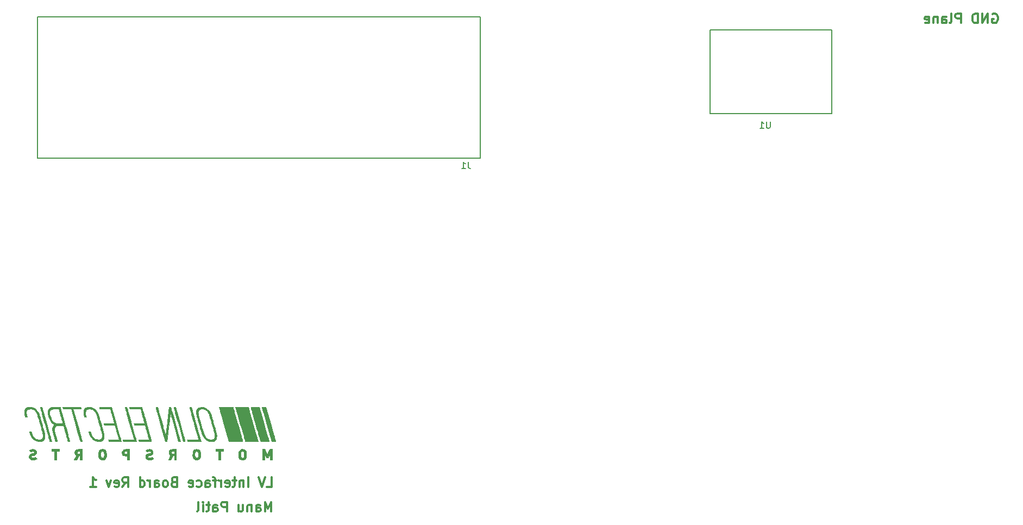
<source format=gbo>
G04 #@! TF.GenerationSoftware,KiCad,Pcbnew,5.0.0-fee4fd1~66~ubuntu18.04.1*
G04 #@! TF.CreationDate,2019-04-24T17:14:59-04:00*
G04 #@! TF.ProjectId,REV 2,52455620322E6B696361645F70636200,rev?*
G04 #@! TF.SameCoordinates,Original*
G04 #@! TF.FileFunction,Legend,Bot*
G04 #@! TF.FilePolarity,Positive*
%FSLAX46Y46*%
G04 Gerber Fmt 4.6, Leading zero omitted, Abs format (unit mm)*
G04 Created by KiCad (PCBNEW 5.0.0-fee4fd1~66~ubuntu18.04.1) date Wed Apr 24 17:14:59 2019*
%MOMM*%
%LPD*%
G01*
G04 APERTURE LIST*
%ADD10C,0.300000*%
%ADD11C,0.150000*%
%ADD12C,0.010000*%
G04 APERTURE END LIST*
D10*
X60819585Y-96855671D02*
X60819585Y-95355671D01*
X60319585Y-96427100D01*
X59819585Y-95355671D01*
X59819585Y-96855671D01*
X58462442Y-96855671D02*
X58462442Y-96069957D01*
X58533871Y-95927100D01*
X58676728Y-95855671D01*
X58962442Y-95855671D01*
X59105300Y-95927100D01*
X58462442Y-96784242D02*
X58605300Y-96855671D01*
X58962442Y-96855671D01*
X59105300Y-96784242D01*
X59176728Y-96641385D01*
X59176728Y-96498528D01*
X59105300Y-96355671D01*
X58962442Y-96284242D01*
X58605300Y-96284242D01*
X58462442Y-96212814D01*
X57748157Y-95855671D02*
X57748157Y-96855671D01*
X57748157Y-95998528D02*
X57676728Y-95927100D01*
X57533871Y-95855671D01*
X57319585Y-95855671D01*
X57176728Y-95927100D01*
X57105300Y-96069957D01*
X57105300Y-96855671D01*
X55748157Y-95855671D02*
X55748157Y-96855671D01*
X56391014Y-95855671D02*
X56391014Y-96641385D01*
X56319585Y-96784242D01*
X56176728Y-96855671D01*
X55962442Y-96855671D01*
X55819585Y-96784242D01*
X55748157Y-96712814D01*
X53891014Y-96855671D02*
X53891014Y-95355671D01*
X53319585Y-95355671D01*
X53176728Y-95427100D01*
X53105300Y-95498528D01*
X53033871Y-95641385D01*
X53033871Y-95855671D01*
X53105300Y-95998528D01*
X53176728Y-96069957D01*
X53319585Y-96141385D01*
X53891014Y-96141385D01*
X51748157Y-96855671D02*
X51748157Y-96069957D01*
X51819585Y-95927100D01*
X51962442Y-95855671D01*
X52248157Y-95855671D01*
X52391014Y-95927100D01*
X51748157Y-96784242D02*
X51891014Y-96855671D01*
X52248157Y-96855671D01*
X52391014Y-96784242D01*
X52462442Y-96641385D01*
X52462442Y-96498528D01*
X52391014Y-96355671D01*
X52248157Y-96284242D01*
X51891014Y-96284242D01*
X51748157Y-96212814D01*
X51248157Y-95855671D02*
X50676728Y-95855671D01*
X51033871Y-95355671D02*
X51033871Y-96641385D01*
X50962442Y-96784242D01*
X50819585Y-96855671D01*
X50676728Y-96855671D01*
X50176728Y-96855671D02*
X50176728Y-95855671D01*
X50176728Y-95355671D02*
X50248157Y-95427100D01*
X50176728Y-95498528D01*
X50105300Y-95427100D01*
X50176728Y-95355671D01*
X50176728Y-95498528D01*
X49248157Y-96855671D02*
X49391014Y-96784242D01*
X49462442Y-96641385D01*
X49462442Y-95355671D01*
X60131242Y-93027971D02*
X60845528Y-93027971D01*
X60845528Y-91527971D01*
X59845528Y-91527971D02*
X59345528Y-93027971D01*
X58845528Y-91527971D01*
X57202671Y-93027971D02*
X57202671Y-91527971D01*
X56488385Y-92027971D02*
X56488385Y-93027971D01*
X56488385Y-92170828D02*
X56416957Y-92099400D01*
X56274100Y-92027971D01*
X56059814Y-92027971D01*
X55916957Y-92099400D01*
X55845528Y-92242257D01*
X55845528Y-93027971D01*
X55345528Y-92027971D02*
X54774100Y-92027971D01*
X55131242Y-91527971D02*
X55131242Y-92813685D01*
X55059814Y-92956542D01*
X54916957Y-93027971D01*
X54774100Y-93027971D01*
X53702671Y-92956542D02*
X53845528Y-93027971D01*
X54131242Y-93027971D01*
X54274100Y-92956542D01*
X54345528Y-92813685D01*
X54345528Y-92242257D01*
X54274100Y-92099400D01*
X54131242Y-92027971D01*
X53845528Y-92027971D01*
X53702671Y-92099400D01*
X53631242Y-92242257D01*
X53631242Y-92385114D01*
X54345528Y-92527971D01*
X52988385Y-93027971D02*
X52988385Y-92027971D01*
X52988385Y-92313685D02*
X52916957Y-92170828D01*
X52845528Y-92099400D01*
X52702671Y-92027971D01*
X52559814Y-92027971D01*
X52274100Y-92027971D02*
X51702671Y-92027971D01*
X52059814Y-93027971D02*
X52059814Y-91742257D01*
X51988385Y-91599400D01*
X51845528Y-91527971D01*
X51702671Y-91527971D01*
X50559814Y-93027971D02*
X50559814Y-92242257D01*
X50631242Y-92099400D01*
X50774100Y-92027971D01*
X51059814Y-92027971D01*
X51202671Y-92099400D01*
X50559814Y-92956542D02*
X50702671Y-93027971D01*
X51059814Y-93027971D01*
X51202671Y-92956542D01*
X51274100Y-92813685D01*
X51274100Y-92670828D01*
X51202671Y-92527971D01*
X51059814Y-92456542D01*
X50702671Y-92456542D01*
X50559814Y-92385114D01*
X49202671Y-92956542D02*
X49345528Y-93027971D01*
X49631242Y-93027971D01*
X49774100Y-92956542D01*
X49845528Y-92885114D01*
X49916957Y-92742257D01*
X49916957Y-92313685D01*
X49845528Y-92170828D01*
X49774100Y-92099400D01*
X49631242Y-92027971D01*
X49345528Y-92027971D01*
X49202671Y-92099400D01*
X47988385Y-92956542D02*
X48131242Y-93027971D01*
X48416957Y-93027971D01*
X48559814Y-92956542D01*
X48631242Y-92813685D01*
X48631242Y-92242257D01*
X48559814Y-92099400D01*
X48416957Y-92027971D01*
X48131242Y-92027971D01*
X47988385Y-92099400D01*
X47916957Y-92242257D01*
X47916957Y-92385114D01*
X48631242Y-92527971D01*
X45631242Y-92242257D02*
X45416957Y-92313685D01*
X45345528Y-92385114D01*
X45274100Y-92527971D01*
X45274100Y-92742257D01*
X45345528Y-92885114D01*
X45416957Y-92956542D01*
X45559814Y-93027971D01*
X46131242Y-93027971D01*
X46131242Y-91527971D01*
X45631242Y-91527971D01*
X45488385Y-91599400D01*
X45416957Y-91670828D01*
X45345528Y-91813685D01*
X45345528Y-91956542D01*
X45416957Y-92099400D01*
X45488385Y-92170828D01*
X45631242Y-92242257D01*
X46131242Y-92242257D01*
X44416957Y-93027971D02*
X44559814Y-92956542D01*
X44631242Y-92885114D01*
X44702671Y-92742257D01*
X44702671Y-92313685D01*
X44631242Y-92170828D01*
X44559814Y-92099400D01*
X44416957Y-92027971D01*
X44202671Y-92027971D01*
X44059814Y-92099400D01*
X43988385Y-92170828D01*
X43916957Y-92313685D01*
X43916957Y-92742257D01*
X43988385Y-92885114D01*
X44059814Y-92956542D01*
X44202671Y-93027971D01*
X44416957Y-93027971D01*
X42631242Y-93027971D02*
X42631242Y-92242257D01*
X42702671Y-92099400D01*
X42845528Y-92027971D01*
X43131242Y-92027971D01*
X43274100Y-92099400D01*
X42631242Y-92956542D02*
X42774100Y-93027971D01*
X43131242Y-93027971D01*
X43274100Y-92956542D01*
X43345528Y-92813685D01*
X43345528Y-92670828D01*
X43274100Y-92527971D01*
X43131242Y-92456542D01*
X42774100Y-92456542D01*
X42631242Y-92385114D01*
X41916957Y-93027971D02*
X41916957Y-92027971D01*
X41916957Y-92313685D02*
X41845528Y-92170828D01*
X41774100Y-92099400D01*
X41631242Y-92027971D01*
X41488385Y-92027971D01*
X40345528Y-93027971D02*
X40345528Y-91527971D01*
X40345528Y-92956542D02*
X40488385Y-93027971D01*
X40774100Y-93027971D01*
X40916957Y-92956542D01*
X40988385Y-92885114D01*
X41059814Y-92742257D01*
X41059814Y-92313685D01*
X40988385Y-92170828D01*
X40916957Y-92099400D01*
X40774100Y-92027971D01*
X40488385Y-92027971D01*
X40345528Y-92099400D01*
X37631242Y-93027971D02*
X38131242Y-92313685D01*
X38488385Y-93027971D02*
X38488385Y-91527971D01*
X37916957Y-91527971D01*
X37774100Y-91599400D01*
X37702671Y-91670828D01*
X37631242Y-91813685D01*
X37631242Y-92027971D01*
X37702671Y-92170828D01*
X37774100Y-92242257D01*
X37916957Y-92313685D01*
X38488385Y-92313685D01*
X36416957Y-92956542D02*
X36559814Y-93027971D01*
X36845528Y-93027971D01*
X36988385Y-92956542D01*
X37059814Y-92813685D01*
X37059814Y-92242257D01*
X36988385Y-92099400D01*
X36845528Y-92027971D01*
X36559814Y-92027971D01*
X36416957Y-92099400D01*
X36345528Y-92242257D01*
X36345528Y-92385114D01*
X37059814Y-92527971D01*
X35845528Y-92027971D02*
X35488385Y-93027971D01*
X35131242Y-92027971D01*
X32631242Y-93027971D02*
X33488385Y-93027971D01*
X33059814Y-93027971D02*
X33059814Y-91527971D01*
X33202671Y-91742257D01*
X33345528Y-91885114D01*
X33488385Y-91956542D01*
X173208342Y-19328700D02*
X173351200Y-19257271D01*
X173565485Y-19257271D01*
X173779771Y-19328700D01*
X173922628Y-19471557D01*
X173994057Y-19614414D01*
X174065485Y-19900128D01*
X174065485Y-20114414D01*
X173994057Y-20400128D01*
X173922628Y-20542985D01*
X173779771Y-20685842D01*
X173565485Y-20757271D01*
X173422628Y-20757271D01*
X173208342Y-20685842D01*
X173136914Y-20614414D01*
X173136914Y-20114414D01*
X173422628Y-20114414D01*
X172494057Y-20757271D02*
X172494057Y-19257271D01*
X171636914Y-20757271D01*
X171636914Y-19257271D01*
X170922628Y-20757271D02*
X170922628Y-19257271D01*
X170565485Y-19257271D01*
X170351200Y-19328700D01*
X170208342Y-19471557D01*
X170136914Y-19614414D01*
X170065485Y-19900128D01*
X170065485Y-20114414D01*
X170136914Y-20400128D01*
X170208342Y-20542985D01*
X170351200Y-20685842D01*
X170565485Y-20757271D01*
X170922628Y-20757271D01*
X168279771Y-20757271D02*
X168279771Y-19257271D01*
X167708342Y-19257271D01*
X167565485Y-19328700D01*
X167494057Y-19400128D01*
X167422628Y-19542985D01*
X167422628Y-19757271D01*
X167494057Y-19900128D01*
X167565485Y-19971557D01*
X167708342Y-20042985D01*
X168279771Y-20042985D01*
X166565485Y-20757271D02*
X166708342Y-20685842D01*
X166779771Y-20542985D01*
X166779771Y-19257271D01*
X165351200Y-20757271D02*
X165351200Y-19971557D01*
X165422628Y-19828700D01*
X165565485Y-19757271D01*
X165851200Y-19757271D01*
X165994057Y-19828700D01*
X165351200Y-20685842D02*
X165494057Y-20757271D01*
X165851200Y-20757271D01*
X165994057Y-20685842D01*
X166065485Y-20542985D01*
X166065485Y-20400128D01*
X165994057Y-20257271D01*
X165851200Y-20185842D01*
X165494057Y-20185842D01*
X165351200Y-20114414D01*
X164636914Y-19757271D02*
X164636914Y-20757271D01*
X164636914Y-19900128D02*
X164565485Y-19828700D01*
X164422628Y-19757271D01*
X164208342Y-19757271D01*
X164065485Y-19828700D01*
X163994057Y-19971557D01*
X163994057Y-20757271D01*
X162708342Y-20685842D02*
X162851200Y-20757271D01*
X163136914Y-20757271D01*
X163279771Y-20685842D01*
X163351200Y-20542985D01*
X163351200Y-19971557D01*
X163279771Y-19828700D01*
X163136914Y-19757271D01*
X162851200Y-19757271D01*
X162708342Y-19828700D01*
X162636914Y-19971557D01*
X162636914Y-20114414D01*
X163351200Y-20257271D01*
D11*
G04 #@! TO.C,J1*
X93363300Y-41791400D02*
X93363300Y-19791400D01*
X24363300Y-41791400D02*
X93363300Y-41791400D01*
X24363300Y-19791400D02*
X24363300Y-41791400D01*
X93363300Y-19791400D02*
X24363300Y-19791400D01*
G04 #@! TO.C,U1*
X129173700Y-32854900D02*
X129173700Y-21854900D01*
X129173700Y-21854900D02*
X148173700Y-21854900D01*
X148173700Y-21854900D02*
X148173700Y-34854900D01*
X148173700Y-34854900D02*
X129173700Y-34854900D01*
X129173700Y-34854900D02*
X129173700Y-32854900D01*
D12*
G04 #@! TO.C,G\002A\002A\002A*
G36*
X23076625Y-80589168D02*
X22857381Y-80622599D01*
X22677572Y-80687730D01*
X22536647Y-80784926D01*
X22434056Y-80914551D01*
X22375361Y-81054655D01*
X22353275Y-81175705D01*
X22344218Y-81330971D01*
X22347625Y-81505721D01*
X22362930Y-81685224D01*
X22389567Y-81854748D01*
X22409374Y-81940400D01*
X22456628Y-82118200D01*
X22603298Y-82125881D01*
X22685349Y-82128558D01*
X22727361Y-82123520D01*
X22739881Y-82107749D01*
X22736473Y-82087781D01*
X22687293Y-81907885D01*
X22655693Y-81756254D01*
X22638631Y-81614726D01*
X22633098Y-81470500D01*
X22633877Y-81351153D01*
X22639981Y-81267366D01*
X22654064Y-81203968D01*
X22678778Y-81145789D01*
X22695220Y-81115219D01*
X22774859Y-81008478D01*
X22879716Y-80933648D01*
X23016754Y-80887228D01*
X23191481Y-80865794D01*
X23429466Y-80875711D01*
X23645820Y-80931585D01*
X23840549Y-81033419D01*
X24013659Y-81181218D01*
X24165155Y-81374987D01*
X24295046Y-81614729D01*
X24330490Y-81697313D01*
X24351065Y-81755844D01*
X24383346Y-81857830D01*
X24425767Y-81997693D01*
X24476760Y-82169853D01*
X24534758Y-82368733D01*
X24598194Y-82588752D01*
X24665500Y-82824331D01*
X24735108Y-83069892D01*
X24805452Y-83319855D01*
X24874964Y-83568642D01*
X24942077Y-83810672D01*
X25005223Y-84040368D01*
X25062834Y-84252149D01*
X25113345Y-84440438D01*
X25155186Y-84599654D01*
X25186791Y-84724219D01*
X25206593Y-84808554D01*
X25211437Y-84833061D01*
X25231948Y-85047716D01*
X25214288Y-85229197D01*
X25158260Y-85378076D01*
X25063662Y-85494928D01*
X24955500Y-85568111D01*
X24887509Y-85601065D01*
X24829481Y-85621459D01*
X24766360Y-85631694D01*
X24683088Y-85634172D01*
X24564609Y-85631295D01*
X24560330Y-85631150D01*
X24435230Y-85625190D01*
X24343687Y-85614854D01*
X24268465Y-85596427D01*
X24192326Y-85566193D01*
X24137200Y-85539939D01*
X23955876Y-85423016D01*
X23791865Y-85260579D01*
X23647277Y-85055588D01*
X23524224Y-84811001D01*
X23430859Y-84550250D01*
X23375753Y-84366100D01*
X23238527Y-84366100D01*
X23162792Y-84369964D01*
X23112953Y-84379916D01*
X23101300Y-84389209D01*
X23110844Y-84440367D01*
X23136649Y-84526627D01*
X23174471Y-84636609D01*
X23220070Y-84758936D01*
X23269203Y-84882229D01*
X23317629Y-84995110D01*
X23361106Y-85086200D01*
X23361224Y-85086427D01*
X23454789Y-85239012D01*
X23574682Y-85393043D01*
X23710090Y-85537296D01*
X23850198Y-85660550D01*
X23984193Y-85751582D01*
X24020147Y-85770248D01*
X24237790Y-85851556D01*
X24472783Y-85899881D01*
X24709986Y-85913622D01*
X24934260Y-85891175D01*
X25006300Y-85874635D01*
X25180044Y-85806638D01*
X25316260Y-85704924D01*
X25417381Y-85567141D01*
X25477943Y-85418633D01*
X25502356Y-85293027D01*
X25512730Y-85136511D01*
X25508809Y-84967067D01*
X25490336Y-84802682D01*
X25487014Y-84783514D01*
X25472916Y-84720192D01*
X25446126Y-84613744D01*
X25408239Y-84469794D01*
X25360847Y-84293967D01*
X25305545Y-84091887D01*
X25243927Y-83869177D01*
X25177585Y-83631463D01*
X25108115Y-83384368D01*
X25037109Y-83133517D01*
X24966161Y-82884534D01*
X24896866Y-82643042D01*
X24830817Y-82414667D01*
X24769607Y-82205032D01*
X24714831Y-82019762D01*
X24668082Y-81864481D01*
X24630954Y-81744812D01*
X24605040Y-81666381D01*
X24599140Y-81650295D01*
X24470780Y-81375859D01*
X24313184Y-81139199D01*
X24128908Y-80942097D01*
X23920513Y-80786336D01*
X23690555Y-80673700D01*
X23441594Y-80605971D01*
X23176187Y-80584933D01*
X23076625Y-80589168D01*
X23076625Y-80589168D01*
G37*
X23076625Y-80589168D02*
X22857381Y-80622599D01*
X22677572Y-80687730D01*
X22536647Y-80784926D01*
X22434056Y-80914551D01*
X22375361Y-81054655D01*
X22353275Y-81175705D01*
X22344218Y-81330971D01*
X22347625Y-81505721D01*
X22362930Y-81685224D01*
X22389567Y-81854748D01*
X22409374Y-81940400D01*
X22456628Y-82118200D01*
X22603298Y-82125881D01*
X22685349Y-82128558D01*
X22727361Y-82123520D01*
X22739881Y-82107749D01*
X22736473Y-82087781D01*
X22687293Y-81907885D01*
X22655693Y-81756254D01*
X22638631Y-81614726D01*
X22633098Y-81470500D01*
X22633877Y-81351153D01*
X22639981Y-81267366D01*
X22654064Y-81203968D01*
X22678778Y-81145789D01*
X22695220Y-81115219D01*
X22774859Y-81008478D01*
X22879716Y-80933648D01*
X23016754Y-80887228D01*
X23191481Y-80865794D01*
X23429466Y-80875711D01*
X23645820Y-80931585D01*
X23840549Y-81033419D01*
X24013659Y-81181218D01*
X24165155Y-81374987D01*
X24295046Y-81614729D01*
X24330490Y-81697313D01*
X24351065Y-81755844D01*
X24383346Y-81857830D01*
X24425767Y-81997693D01*
X24476760Y-82169853D01*
X24534758Y-82368733D01*
X24598194Y-82588752D01*
X24665500Y-82824331D01*
X24735108Y-83069892D01*
X24805452Y-83319855D01*
X24874964Y-83568642D01*
X24942077Y-83810672D01*
X25005223Y-84040368D01*
X25062834Y-84252149D01*
X25113345Y-84440438D01*
X25155186Y-84599654D01*
X25186791Y-84724219D01*
X25206593Y-84808554D01*
X25211437Y-84833061D01*
X25231948Y-85047716D01*
X25214288Y-85229197D01*
X25158260Y-85378076D01*
X25063662Y-85494928D01*
X24955500Y-85568111D01*
X24887509Y-85601065D01*
X24829481Y-85621459D01*
X24766360Y-85631694D01*
X24683088Y-85634172D01*
X24564609Y-85631295D01*
X24560330Y-85631150D01*
X24435230Y-85625190D01*
X24343687Y-85614854D01*
X24268465Y-85596427D01*
X24192326Y-85566193D01*
X24137200Y-85539939D01*
X23955876Y-85423016D01*
X23791865Y-85260579D01*
X23647277Y-85055588D01*
X23524224Y-84811001D01*
X23430859Y-84550250D01*
X23375753Y-84366100D01*
X23238527Y-84366100D01*
X23162792Y-84369964D01*
X23112953Y-84379916D01*
X23101300Y-84389209D01*
X23110844Y-84440367D01*
X23136649Y-84526627D01*
X23174471Y-84636609D01*
X23220070Y-84758936D01*
X23269203Y-84882229D01*
X23317629Y-84995110D01*
X23361106Y-85086200D01*
X23361224Y-85086427D01*
X23454789Y-85239012D01*
X23574682Y-85393043D01*
X23710090Y-85537296D01*
X23850198Y-85660550D01*
X23984193Y-85751582D01*
X24020147Y-85770248D01*
X24237790Y-85851556D01*
X24472783Y-85899881D01*
X24709986Y-85913622D01*
X24934260Y-85891175D01*
X25006300Y-85874635D01*
X25180044Y-85806638D01*
X25316260Y-85704924D01*
X25417381Y-85567141D01*
X25477943Y-85418633D01*
X25502356Y-85293027D01*
X25512730Y-85136511D01*
X25508809Y-84967067D01*
X25490336Y-84802682D01*
X25487014Y-84783514D01*
X25472916Y-84720192D01*
X25446126Y-84613744D01*
X25408239Y-84469794D01*
X25360847Y-84293967D01*
X25305545Y-84091887D01*
X25243927Y-83869177D01*
X25177585Y-83631463D01*
X25108115Y-83384368D01*
X25037109Y-83133517D01*
X24966161Y-82884534D01*
X24896866Y-82643042D01*
X24830817Y-82414667D01*
X24769607Y-82205032D01*
X24714831Y-82019762D01*
X24668082Y-81864481D01*
X24630954Y-81744812D01*
X24605040Y-81666381D01*
X24599140Y-81650295D01*
X24470780Y-81375859D01*
X24313184Y-81139199D01*
X24128908Y-80942097D01*
X23920513Y-80786336D01*
X23690555Y-80673700D01*
X23441594Y-80605971D01*
X23176187Y-80584933D01*
X23076625Y-80589168D01*
G36*
X24812556Y-80595523D02*
X24803100Y-80614743D01*
X24809853Y-80643620D01*
X24829509Y-80718137D01*
X24861167Y-80835047D01*
X24903925Y-80991101D01*
X24956882Y-81183052D01*
X25019136Y-81407651D01*
X25089784Y-81661652D01*
X25167926Y-81941805D01*
X25252659Y-82244863D01*
X25343081Y-82567579D01*
X25438292Y-82906704D01*
X25528078Y-83225920D01*
X25627085Y-83577674D01*
X25722371Y-83916314D01*
X25813012Y-84238555D01*
X25898085Y-84541115D01*
X25976669Y-84820708D01*
X26047841Y-85074050D01*
X26110679Y-85297857D01*
X26164259Y-85488844D01*
X26207661Y-85643727D01*
X26239960Y-85759222D01*
X26260236Y-85832045D01*
X26267431Y-85858350D01*
X26281668Y-85891516D01*
X26311915Y-85908681D01*
X26371820Y-85914905D01*
X26421508Y-85915500D01*
X26500939Y-85914060D01*
X26540570Y-85906379D01*
X26551390Y-85887417D01*
X26546055Y-85858350D01*
X26537231Y-85826561D01*
X26515552Y-85749141D01*
X26481935Y-85629355D01*
X26437300Y-85470468D01*
X26382565Y-85275746D01*
X26318648Y-85048453D01*
X26246467Y-84791856D01*
X26166942Y-84509219D01*
X26080989Y-84203808D01*
X25989529Y-83878889D01*
X25893479Y-83537726D01*
X25797732Y-83197700D01*
X25064562Y-80594200D01*
X24933831Y-80586522D01*
X24852921Y-80585371D01*
X24812556Y-80595523D01*
X24812556Y-80595523D01*
G37*
X24812556Y-80595523D02*
X24803100Y-80614743D01*
X24809853Y-80643620D01*
X24829509Y-80718137D01*
X24861167Y-80835047D01*
X24903925Y-80991101D01*
X24956882Y-81183052D01*
X25019136Y-81407651D01*
X25089784Y-81661652D01*
X25167926Y-81941805D01*
X25252659Y-82244863D01*
X25343081Y-82567579D01*
X25438292Y-82906704D01*
X25528078Y-83225920D01*
X25627085Y-83577674D01*
X25722371Y-83916314D01*
X25813012Y-84238555D01*
X25898085Y-84541115D01*
X25976669Y-84820708D01*
X26047841Y-85074050D01*
X26110679Y-85297857D01*
X26164259Y-85488844D01*
X26207661Y-85643727D01*
X26239960Y-85759222D01*
X26260236Y-85832045D01*
X26267431Y-85858350D01*
X26281668Y-85891516D01*
X26311915Y-85908681D01*
X26371820Y-85914905D01*
X26421508Y-85915500D01*
X26500939Y-85914060D01*
X26540570Y-85906379D01*
X26551390Y-85887417D01*
X26546055Y-85858350D01*
X26537231Y-85826561D01*
X26515552Y-85749141D01*
X26481935Y-85629355D01*
X26437300Y-85470468D01*
X26382565Y-85275746D01*
X26318648Y-85048453D01*
X26246467Y-84791856D01*
X26166942Y-84509219D01*
X26080989Y-84203808D01*
X25989529Y-83878889D01*
X25893479Y-83537726D01*
X25797732Y-83197700D01*
X25064562Y-80594200D01*
X24933831Y-80586522D01*
X24852921Y-80585371D01*
X24812556Y-80595523D01*
G36*
X27403954Y-80585394D02*
X27224296Y-80587431D01*
X27222450Y-80587457D01*
X27009720Y-80590939D01*
X26841239Y-80594953D01*
X26710460Y-80599942D01*
X26610834Y-80606350D01*
X26535809Y-80614622D01*
X26478839Y-80625201D01*
X26433372Y-80638530D01*
X26425312Y-80641479D01*
X26268279Y-80725644D01*
X26138605Y-80845631D01*
X26046559Y-80991920D01*
X26046013Y-80993145D01*
X26005415Y-81130370D01*
X25986635Y-81302669D01*
X25989557Y-81499293D01*
X26014060Y-81709497D01*
X26056151Y-81907906D01*
X26163010Y-82251995D01*
X26292047Y-82550403D01*
X26443283Y-82803161D01*
X26616736Y-83010302D01*
X26812427Y-83171858D01*
X26885900Y-83217480D01*
X26951600Y-83255165D01*
X26995928Y-83280701D01*
X27006599Y-83286935D01*
X26994090Y-83305731D01*
X26955123Y-83350577D01*
X26907795Y-83401520D01*
X26817427Y-83507392D01*
X26756009Y-83610375D01*
X26718861Y-83724073D01*
X26701302Y-83862093D01*
X26698298Y-84010500D01*
X26699554Y-84087012D01*
X26702786Y-84155647D01*
X26709464Y-84223273D01*
X26721058Y-84296756D01*
X26739036Y-84382963D01*
X26764868Y-84488760D01*
X26800021Y-84621014D01*
X26845967Y-84786593D01*
X26904173Y-84992362D01*
X26921100Y-85051900D01*
X26975606Y-85243409D01*
X27026064Y-85420498D01*
X27070687Y-85576903D01*
X27107687Y-85706364D01*
X27135273Y-85802619D01*
X27151658Y-85859406D01*
X27155094Y-85871050D01*
X27174496Y-85897952D01*
X27219514Y-85911578D01*
X27302311Y-85915494D01*
X27306712Y-85915500D01*
X27382703Y-85913537D01*
X27432821Y-85908482D01*
X27444700Y-85903710D01*
X27438070Y-85877267D01*
X27419281Y-85807899D01*
X27389986Y-85701566D01*
X27351837Y-85564229D01*
X27306489Y-85401848D01*
X27255594Y-85220386D01*
X27228638Y-85124560D01*
X27173798Y-84927740D01*
X27122495Y-84739730D01*
X27076679Y-84567980D01*
X27038303Y-84419943D01*
X27009317Y-84303069D01*
X26991672Y-84224809D01*
X26988404Y-84207099D01*
X26977258Y-84012065D01*
X27009917Y-83841153D01*
X27085705Y-83695844D01*
X27203946Y-83577617D01*
X27304173Y-83515518D01*
X27357350Y-83488959D01*
X27403967Y-83469254D01*
X27452841Y-83455220D01*
X27512787Y-83445677D01*
X27592620Y-83439443D01*
X27701155Y-83435338D01*
X27847209Y-83432181D01*
X27938189Y-83430568D01*
X28422600Y-83422137D01*
X28725806Y-84510068D01*
X28790712Y-84742715D01*
X28853019Y-84965586D01*
X28911063Y-85172765D01*
X28963182Y-85358336D01*
X29007713Y-85516383D01*
X29042992Y-85640989D01*
X29067356Y-85726240D01*
X29076256Y-85756750D01*
X29123501Y-85915500D01*
X29249301Y-85915500D01*
X29329350Y-85911160D01*
X29367988Y-85896409D01*
X29375100Y-85878294D01*
X29368349Y-85849273D01*
X29348690Y-85774585D01*
X29317018Y-85657454D01*
X29274227Y-85501101D01*
X29221212Y-85308751D01*
X29158867Y-85083626D01*
X29088085Y-84828948D01*
X29009762Y-84547941D01*
X28924791Y-84243827D01*
X28834066Y-83919829D01*
X28738482Y-83579170D01*
X28638933Y-83225073D01*
X28638500Y-83223536D01*
X28613520Y-83134732D01*
X28333700Y-83134732D01*
X28309673Y-83138719D01*
X28243082Y-83142158D01*
X28142161Y-83144817D01*
X28015145Y-83146465D01*
X27900565Y-83146900D01*
X27685756Y-83144361D01*
X27514340Y-83136430D01*
X27379144Y-83122633D01*
X27289826Y-83106505D01*
X27087071Y-83038091D01*
X26906296Y-82929287D01*
X26746345Y-82778644D01*
X26606063Y-82584711D01*
X26484294Y-82346039D01*
X26379883Y-82061176D01*
X26336106Y-81909532D01*
X26282528Y-81658696D01*
X26265411Y-81443126D01*
X26284774Y-81262693D01*
X26340635Y-81117272D01*
X26433012Y-81006734D01*
X26473652Y-80976475D01*
X26540701Y-80938076D01*
X26614957Y-80908982D01*
X26704362Y-80888012D01*
X26816863Y-80873982D01*
X26960402Y-80865710D01*
X27142925Y-80862015D01*
X27246139Y-80861520D01*
X27408302Y-80861710D01*
X27526751Y-80863241D01*
X27608567Y-80866785D01*
X27660830Y-80873012D01*
X27690621Y-80882592D01*
X27705022Y-80896197D01*
X27708860Y-80905350D01*
X27721774Y-80949562D01*
X27745954Y-81034221D01*
X27779734Y-81153379D01*
X27821446Y-81301086D01*
X27869422Y-81471391D01*
X27921996Y-81658346D01*
X27977498Y-81856000D01*
X28034262Y-82058404D01*
X28090621Y-82259609D01*
X28144906Y-82453665D01*
X28195451Y-82634622D01*
X28240587Y-82796531D01*
X28278647Y-82933442D01*
X28307964Y-83039405D01*
X28326871Y-83108472D01*
X28333699Y-83134691D01*
X28333700Y-83134732D01*
X28613520Y-83134732D01*
X28539026Y-82869917D01*
X28443504Y-82530099D01*
X28352827Y-82207269D01*
X28267887Y-81904613D01*
X28189575Y-81625316D01*
X28118784Y-81372565D01*
X28056405Y-81149545D01*
X28003330Y-80959443D01*
X27960450Y-80805445D01*
X27928658Y-80690736D01*
X27908844Y-80618504D01*
X27901902Y-80591933D01*
X27901900Y-80591898D01*
X27877601Y-80588516D01*
X27809083Y-80586131D01*
X27702920Y-80584787D01*
X27565686Y-80584527D01*
X27403954Y-80585394D01*
X27403954Y-80585394D01*
G37*
X27403954Y-80585394D02*
X27224296Y-80587431D01*
X27222450Y-80587457D01*
X27009720Y-80590939D01*
X26841239Y-80594953D01*
X26710460Y-80599942D01*
X26610834Y-80606350D01*
X26535809Y-80614622D01*
X26478839Y-80625201D01*
X26433372Y-80638530D01*
X26425312Y-80641479D01*
X26268279Y-80725644D01*
X26138605Y-80845631D01*
X26046559Y-80991920D01*
X26046013Y-80993145D01*
X26005415Y-81130370D01*
X25986635Y-81302669D01*
X25989557Y-81499293D01*
X26014060Y-81709497D01*
X26056151Y-81907906D01*
X26163010Y-82251995D01*
X26292047Y-82550403D01*
X26443283Y-82803161D01*
X26616736Y-83010302D01*
X26812427Y-83171858D01*
X26885900Y-83217480D01*
X26951600Y-83255165D01*
X26995928Y-83280701D01*
X27006599Y-83286935D01*
X26994090Y-83305731D01*
X26955123Y-83350577D01*
X26907795Y-83401520D01*
X26817427Y-83507392D01*
X26756009Y-83610375D01*
X26718861Y-83724073D01*
X26701302Y-83862093D01*
X26698298Y-84010500D01*
X26699554Y-84087012D01*
X26702786Y-84155647D01*
X26709464Y-84223273D01*
X26721058Y-84296756D01*
X26739036Y-84382963D01*
X26764868Y-84488760D01*
X26800021Y-84621014D01*
X26845967Y-84786593D01*
X26904173Y-84992362D01*
X26921100Y-85051900D01*
X26975606Y-85243409D01*
X27026064Y-85420498D01*
X27070687Y-85576903D01*
X27107687Y-85706364D01*
X27135273Y-85802619D01*
X27151658Y-85859406D01*
X27155094Y-85871050D01*
X27174496Y-85897952D01*
X27219514Y-85911578D01*
X27302311Y-85915494D01*
X27306712Y-85915500D01*
X27382703Y-85913537D01*
X27432821Y-85908482D01*
X27444700Y-85903710D01*
X27438070Y-85877267D01*
X27419281Y-85807899D01*
X27389986Y-85701566D01*
X27351837Y-85564229D01*
X27306489Y-85401848D01*
X27255594Y-85220386D01*
X27228638Y-85124560D01*
X27173798Y-84927740D01*
X27122495Y-84739730D01*
X27076679Y-84567980D01*
X27038303Y-84419943D01*
X27009317Y-84303069D01*
X26991672Y-84224809D01*
X26988404Y-84207099D01*
X26977258Y-84012065D01*
X27009917Y-83841153D01*
X27085705Y-83695844D01*
X27203946Y-83577617D01*
X27304173Y-83515518D01*
X27357350Y-83488959D01*
X27403967Y-83469254D01*
X27452841Y-83455220D01*
X27512787Y-83445677D01*
X27592620Y-83439443D01*
X27701155Y-83435338D01*
X27847209Y-83432181D01*
X27938189Y-83430568D01*
X28422600Y-83422137D01*
X28725806Y-84510068D01*
X28790712Y-84742715D01*
X28853019Y-84965586D01*
X28911063Y-85172765D01*
X28963182Y-85358336D01*
X29007713Y-85516383D01*
X29042992Y-85640989D01*
X29067356Y-85726240D01*
X29076256Y-85756750D01*
X29123501Y-85915500D01*
X29249301Y-85915500D01*
X29329350Y-85911160D01*
X29367988Y-85896409D01*
X29375100Y-85878294D01*
X29368349Y-85849273D01*
X29348690Y-85774585D01*
X29317018Y-85657454D01*
X29274227Y-85501101D01*
X29221212Y-85308751D01*
X29158867Y-85083626D01*
X29088085Y-84828948D01*
X29009762Y-84547941D01*
X28924791Y-84243827D01*
X28834066Y-83919829D01*
X28738482Y-83579170D01*
X28638933Y-83225073D01*
X28638500Y-83223536D01*
X28613520Y-83134732D01*
X28333700Y-83134732D01*
X28309673Y-83138719D01*
X28243082Y-83142158D01*
X28142161Y-83144817D01*
X28015145Y-83146465D01*
X27900565Y-83146900D01*
X27685756Y-83144361D01*
X27514340Y-83136430D01*
X27379144Y-83122633D01*
X27289826Y-83106505D01*
X27087071Y-83038091D01*
X26906296Y-82929287D01*
X26746345Y-82778644D01*
X26606063Y-82584711D01*
X26484294Y-82346039D01*
X26379883Y-82061176D01*
X26336106Y-81909532D01*
X26282528Y-81658696D01*
X26265411Y-81443126D01*
X26284774Y-81262693D01*
X26340635Y-81117272D01*
X26433012Y-81006734D01*
X26473652Y-80976475D01*
X26540701Y-80938076D01*
X26614957Y-80908982D01*
X26704362Y-80888012D01*
X26816863Y-80873982D01*
X26960402Y-80865710D01*
X27142925Y-80862015D01*
X27246139Y-80861520D01*
X27408302Y-80861710D01*
X27526751Y-80863241D01*
X27608567Y-80866785D01*
X27660830Y-80873012D01*
X27690621Y-80882592D01*
X27705022Y-80896197D01*
X27708860Y-80905350D01*
X27721774Y-80949562D01*
X27745954Y-81034221D01*
X27779734Y-81153379D01*
X27821446Y-81301086D01*
X27869422Y-81471391D01*
X27921996Y-81658346D01*
X27977498Y-81856000D01*
X28034262Y-82058404D01*
X28090621Y-82259609D01*
X28144906Y-82453665D01*
X28195451Y-82634622D01*
X28240587Y-82796531D01*
X28278647Y-82933442D01*
X28307964Y-83039405D01*
X28326871Y-83108472D01*
X28333699Y-83134691D01*
X28333700Y-83134732D01*
X28613520Y-83134732D01*
X28539026Y-82869917D01*
X28443504Y-82530099D01*
X28352827Y-82207269D01*
X28267887Y-81904613D01*
X28189575Y-81625316D01*
X28118784Y-81372565D01*
X28056405Y-81149545D01*
X28003330Y-80959443D01*
X27960450Y-80805445D01*
X27928658Y-80690736D01*
X27908844Y-80618504D01*
X27901902Y-80591933D01*
X27901900Y-80591898D01*
X27877601Y-80588516D01*
X27809083Y-80586131D01*
X27702920Y-80584787D01*
X27565686Y-80584527D01*
X27403954Y-80585394D01*
G36*
X29429402Y-80581641D02*
X29183038Y-80582048D01*
X28957095Y-80582694D01*
X28756139Y-80583554D01*
X28584738Y-80584600D01*
X28447456Y-80585807D01*
X28348860Y-80587148D01*
X28293517Y-80588597D01*
X28282900Y-80589589D01*
X28289515Y-80616359D01*
X28306525Y-80676575D01*
X28321856Y-80728855D01*
X28360811Y-80860031D01*
X28999047Y-80866815D01*
X29637283Y-80873600D01*
X30327357Y-83324700D01*
X30424018Y-83668107D01*
X30516999Y-83998587D01*
X30605348Y-84312746D01*
X30688111Y-84607188D01*
X30764337Y-84878521D01*
X30833072Y-85123350D01*
X30893363Y-85338279D01*
X30944259Y-85519916D01*
X30984805Y-85664865D01*
X31014051Y-85769733D01*
X31031042Y-85831125D01*
X31034950Y-85845650D01*
X31048919Y-85885854D01*
X31074196Y-85906679D01*
X31124959Y-85914444D01*
X31191684Y-85915500D01*
X31267993Y-85914452D01*
X31318421Y-85911751D01*
X31330576Y-85909150D01*
X31323795Y-85884351D01*
X31304150Y-85813895D01*
X31272550Y-85701018D01*
X31229906Y-85548959D01*
X31177128Y-85360956D01*
X31115125Y-85140248D01*
X31044808Y-84890074D01*
X30967085Y-84613671D01*
X30882869Y-84314277D01*
X30793067Y-83995132D01*
X30698591Y-83659473D01*
X30622217Y-83388200D01*
X29914183Y-80873600D01*
X30548890Y-80866808D01*
X30747577Y-80864305D01*
X30900777Y-80861326D01*
X31013806Y-80857507D01*
X31091977Y-80852478D01*
X31140604Y-80845874D01*
X31165000Y-80837329D01*
X31170480Y-80826474D01*
X31169755Y-80823947D01*
X31154602Y-80777408D01*
X31133999Y-80706176D01*
X31128128Y-80684688D01*
X31100342Y-80581500D01*
X29691621Y-80581500D01*
X29429402Y-80581641D01*
X29429402Y-80581641D01*
G37*
X29429402Y-80581641D02*
X29183038Y-80582048D01*
X28957095Y-80582694D01*
X28756139Y-80583554D01*
X28584738Y-80584600D01*
X28447456Y-80585807D01*
X28348860Y-80587148D01*
X28293517Y-80588597D01*
X28282900Y-80589589D01*
X28289515Y-80616359D01*
X28306525Y-80676575D01*
X28321856Y-80728855D01*
X28360811Y-80860031D01*
X28999047Y-80866815D01*
X29637283Y-80873600D01*
X30327357Y-83324700D01*
X30424018Y-83668107D01*
X30516999Y-83998587D01*
X30605348Y-84312746D01*
X30688111Y-84607188D01*
X30764337Y-84878521D01*
X30833072Y-85123350D01*
X30893363Y-85338279D01*
X30944259Y-85519916D01*
X30984805Y-85664865D01*
X31014051Y-85769733D01*
X31031042Y-85831125D01*
X31034950Y-85845650D01*
X31048919Y-85885854D01*
X31074196Y-85906679D01*
X31124959Y-85914444D01*
X31191684Y-85915500D01*
X31267993Y-85914452D01*
X31318421Y-85911751D01*
X31330576Y-85909150D01*
X31323795Y-85884351D01*
X31304150Y-85813895D01*
X31272550Y-85701018D01*
X31229906Y-85548959D01*
X31177128Y-85360956D01*
X31115125Y-85140248D01*
X31044808Y-84890074D01*
X30967085Y-84613671D01*
X30882869Y-84314277D01*
X30793067Y-83995132D01*
X30698591Y-83659473D01*
X30622217Y-83388200D01*
X29914183Y-80873600D01*
X30548890Y-80866808D01*
X30747577Y-80864305D01*
X30900777Y-80861326D01*
X31013806Y-80857507D01*
X31091977Y-80852478D01*
X31140604Y-80845874D01*
X31165000Y-80837329D01*
X31170480Y-80826474D01*
X31169755Y-80823947D01*
X31154602Y-80777408D01*
X31133999Y-80706176D01*
X31128128Y-80684688D01*
X31100342Y-80581500D01*
X29691621Y-80581500D01*
X29429402Y-80581641D01*
G36*
X32278676Y-80595481D02*
X32184776Y-80598766D01*
X32114663Y-80607437D01*
X32054832Y-80623819D01*
X31991780Y-80650235D01*
X31937185Y-80676584D01*
X31787444Y-80774867D01*
X31675140Y-80904279D01*
X31600118Y-81065538D01*
X31562221Y-81259360D01*
X31561295Y-81486464D01*
X31597182Y-81747567D01*
X31653233Y-81984850D01*
X31693195Y-82130900D01*
X31829548Y-82130900D01*
X31905021Y-82128406D01*
X31954537Y-82121987D01*
X31965900Y-82116081D01*
X31960114Y-82086083D01*
X31944766Y-82019797D01*
X31922878Y-81930153D01*
X31916970Y-81906531D01*
X31867653Y-81675246D01*
X31846528Y-81481330D01*
X31854093Y-81319569D01*
X31890843Y-81184746D01*
X31957276Y-81071645D01*
X32001168Y-81022221D01*
X32091896Y-80946386D01*
X32191660Y-80896819D01*
X32311669Y-80870400D01*
X32463134Y-80864010D01*
X32557135Y-80867517D01*
X32685460Y-80878245D01*
X32784368Y-80896990D01*
X32875157Y-80928811D01*
X32938135Y-80958030D01*
X33119952Y-81075174D01*
X33284733Y-81236958D01*
X33428974Y-81439054D01*
X33549172Y-81677137D01*
X33576941Y-81746746D01*
X33595955Y-81803436D01*
X33626844Y-81903409D01*
X33667997Y-82040970D01*
X33717803Y-82210424D01*
X33774650Y-82406077D01*
X33836926Y-82622235D01*
X33903020Y-82853203D01*
X33971322Y-83093286D01*
X34040218Y-83336790D01*
X34108098Y-83578021D01*
X34173350Y-83811284D01*
X34234363Y-84030885D01*
X34289526Y-84231129D01*
X34337226Y-84406321D01*
X34375852Y-84550767D01*
X34403794Y-84658773D01*
X34418815Y-84721700D01*
X34438492Y-84838959D01*
X34451478Y-84965126D01*
X34454518Y-85039200D01*
X34438938Y-85226649D01*
X34390285Y-85376840D01*
X34306909Y-85491324D01*
X34187159Y-85571653D01*
X34029385Y-85619378D01*
X33831935Y-85636052D01*
X33819552Y-85636100D01*
X33589691Y-85614051D01*
X33381859Y-85547599D01*
X33195551Y-85436282D01*
X33030260Y-85279641D01*
X32885479Y-85077215D01*
X32760704Y-84828543D01*
X32674529Y-84594700D01*
X32605208Y-84378800D01*
X32463354Y-84371182D01*
X32386241Y-84368930D01*
X32334722Y-84371043D01*
X32321500Y-84375241D01*
X32328876Y-84402853D01*
X32348731Y-84467729D01*
X32377653Y-84558883D01*
X32398767Y-84624159D01*
X32521557Y-84943075D01*
X32667459Y-85216759D01*
X32836469Y-85445209D01*
X33028586Y-85628421D01*
X33243807Y-85766395D01*
X33482129Y-85859127D01*
X33743550Y-85906616D01*
X33909000Y-85913410D01*
X34024347Y-85908668D01*
X34136750Y-85897452D01*
X34223130Y-85882113D01*
X34227756Y-85880905D01*
X34404671Y-85810337D01*
X34545770Y-85703779D01*
X34650913Y-85561359D01*
X34697467Y-85456555D01*
X34721560Y-85351132D01*
X34734459Y-85211275D01*
X34736114Y-85052109D01*
X34726478Y-84888762D01*
X34705501Y-84736361D01*
X34699870Y-84708192D01*
X34685982Y-84650984D01*
X34659746Y-84550711D01*
X34622779Y-84413150D01*
X34576703Y-84244079D01*
X34523137Y-84049274D01*
X34463699Y-83834513D01*
X34400010Y-83605574D01*
X34333689Y-83368232D01*
X34266356Y-83128266D01*
X34199630Y-82891452D01*
X34135130Y-82663568D01*
X34074476Y-82450391D01*
X34019287Y-82257697D01*
X33971184Y-82091264D01*
X33931785Y-81956869D01*
X33902710Y-81860290D01*
X33891939Y-81826100D01*
X33774677Y-81527760D01*
X33629372Y-81266278D01*
X33457887Y-81043836D01*
X33262082Y-80862615D01*
X33043821Y-80724796D01*
X32898487Y-80662263D01*
X32809068Y-80632621D01*
X32727652Y-80613209D01*
X32638801Y-80601911D01*
X32527077Y-80596609D01*
X32409866Y-80595259D01*
X32278676Y-80595481D01*
X32278676Y-80595481D01*
G37*
X32278676Y-80595481D02*
X32184776Y-80598766D01*
X32114663Y-80607437D01*
X32054832Y-80623819D01*
X31991780Y-80650235D01*
X31937185Y-80676584D01*
X31787444Y-80774867D01*
X31675140Y-80904279D01*
X31600118Y-81065538D01*
X31562221Y-81259360D01*
X31561295Y-81486464D01*
X31597182Y-81747567D01*
X31653233Y-81984850D01*
X31693195Y-82130900D01*
X31829548Y-82130900D01*
X31905021Y-82128406D01*
X31954537Y-82121987D01*
X31965900Y-82116081D01*
X31960114Y-82086083D01*
X31944766Y-82019797D01*
X31922878Y-81930153D01*
X31916970Y-81906531D01*
X31867653Y-81675246D01*
X31846528Y-81481330D01*
X31854093Y-81319569D01*
X31890843Y-81184746D01*
X31957276Y-81071645D01*
X32001168Y-81022221D01*
X32091896Y-80946386D01*
X32191660Y-80896819D01*
X32311669Y-80870400D01*
X32463134Y-80864010D01*
X32557135Y-80867517D01*
X32685460Y-80878245D01*
X32784368Y-80896990D01*
X32875157Y-80928811D01*
X32938135Y-80958030D01*
X33119952Y-81075174D01*
X33284733Y-81236958D01*
X33428974Y-81439054D01*
X33549172Y-81677137D01*
X33576941Y-81746746D01*
X33595955Y-81803436D01*
X33626844Y-81903409D01*
X33667997Y-82040970D01*
X33717803Y-82210424D01*
X33774650Y-82406077D01*
X33836926Y-82622235D01*
X33903020Y-82853203D01*
X33971322Y-83093286D01*
X34040218Y-83336790D01*
X34108098Y-83578021D01*
X34173350Y-83811284D01*
X34234363Y-84030885D01*
X34289526Y-84231129D01*
X34337226Y-84406321D01*
X34375852Y-84550767D01*
X34403794Y-84658773D01*
X34418815Y-84721700D01*
X34438492Y-84838959D01*
X34451478Y-84965126D01*
X34454518Y-85039200D01*
X34438938Y-85226649D01*
X34390285Y-85376840D01*
X34306909Y-85491324D01*
X34187159Y-85571653D01*
X34029385Y-85619378D01*
X33831935Y-85636052D01*
X33819552Y-85636100D01*
X33589691Y-85614051D01*
X33381859Y-85547599D01*
X33195551Y-85436282D01*
X33030260Y-85279641D01*
X32885479Y-85077215D01*
X32760704Y-84828543D01*
X32674529Y-84594700D01*
X32605208Y-84378800D01*
X32463354Y-84371182D01*
X32386241Y-84368930D01*
X32334722Y-84371043D01*
X32321500Y-84375241D01*
X32328876Y-84402853D01*
X32348731Y-84467729D01*
X32377653Y-84558883D01*
X32398767Y-84624159D01*
X32521557Y-84943075D01*
X32667459Y-85216759D01*
X32836469Y-85445209D01*
X33028586Y-85628421D01*
X33243807Y-85766395D01*
X33482129Y-85859127D01*
X33743550Y-85906616D01*
X33909000Y-85913410D01*
X34024347Y-85908668D01*
X34136750Y-85897452D01*
X34223130Y-85882113D01*
X34227756Y-85880905D01*
X34404671Y-85810337D01*
X34545770Y-85703779D01*
X34650913Y-85561359D01*
X34697467Y-85456555D01*
X34721560Y-85351132D01*
X34734459Y-85211275D01*
X34736114Y-85052109D01*
X34726478Y-84888762D01*
X34705501Y-84736361D01*
X34699870Y-84708192D01*
X34685982Y-84650984D01*
X34659746Y-84550711D01*
X34622779Y-84413150D01*
X34576703Y-84244079D01*
X34523137Y-84049274D01*
X34463699Y-83834513D01*
X34400010Y-83605574D01*
X34333689Y-83368232D01*
X34266356Y-83128266D01*
X34199630Y-82891452D01*
X34135130Y-82663568D01*
X34074476Y-82450391D01*
X34019287Y-82257697D01*
X33971184Y-82091264D01*
X33931785Y-81956869D01*
X33902710Y-81860290D01*
X33891939Y-81826100D01*
X33774677Y-81527760D01*
X33629372Y-81266278D01*
X33457887Y-81043836D01*
X33262082Y-80862615D01*
X33043821Y-80724796D01*
X32898487Y-80662263D01*
X32809068Y-80632621D01*
X32727652Y-80613209D01*
X32638801Y-80601911D01*
X32527077Y-80596609D01*
X32409866Y-80595259D01*
X32278676Y-80595481D01*
G36*
X34678975Y-80582109D02*
X34449215Y-80583959D01*
X34267899Y-80587082D01*
X34133859Y-80591511D01*
X34045924Y-80597279D01*
X34002924Y-80604418D01*
X33997900Y-80608352D01*
X34003729Y-80647743D01*
X34018422Y-80715643D01*
X34026316Y-80748052D01*
X34054731Y-80860899D01*
X34889432Y-80860900D01*
X35724133Y-80860900D01*
X35741605Y-80930750D01*
X35752060Y-80969506D01*
X35774800Y-81051717D01*
X35808303Y-81171950D01*
X35851048Y-81324770D01*
X35901515Y-81504746D01*
X35958182Y-81706443D01*
X36019528Y-81924428D01*
X36056236Y-82054700D01*
X36353395Y-83108800D01*
X35531248Y-83115497D01*
X35282761Y-83118129D01*
X35082499Y-83121643D01*
X34927891Y-83126150D01*
X34816367Y-83131758D01*
X34745358Y-83138579D01*
X34712293Y-83146721D01*
X34709100Y-83150650D01*
X34715960Y-83191757D01*
X34732990Y-83258335D01*
X34738521Y-83277303D01*
X34767942Y-83375500D01*
X36428358Y-83375500D01*
X36576538Y-83902550D01*
X36630112Y-84093076D01*
X36692580Y-84315190D01*
X36759074Y-84551583D01*
X36824724Y-84784943D01*
X36884661Y-84997958D01*
X36892693Y-85026500D01*
X37060668Y-85623400D01*
X36240484Y-85630097D01*
X35978051Y-85633047D01*
X35766250Y-85637201D01*
X35604929Y-85642566D01*
X35493934Y-85649148D01*
X35433112Y-85656954D01*
X35420300Y-85663299D01*
X35426125Y-85702461D01*
X35440810Y-85770206D01*
X35448716Y-85802652D01*
X35477131Y-85915500D01*
X36439316Y-85915500D01*
X36697161Y-85915145D01*
X36908040Y-85914000D01*
X37075782Y-85911937D01*
X37204216Y-85908832D01*
X37297172Y-85904560D01*
X37358479Y-85898996D01*
X37391966Y-85892014D01*
X37401500Y-85884048D01*
X37394754Y-85855829D01*
X37375108Y-85781919D01*
X37343454Y-85665521D01*
X37300680Y-85509838D01*
X37247677Y-85318072D01*
X37185337Y-85093426D01*
X37114547Y-84839103D01*
X37036200Y-84558303D01*
X36951184Y-84254231D01*
X36860391Y-83930089D01*
X36764711Y-83589079D01*
X36665033Y-83234403D01*
X36660151Y-83217048D01*
X35918802Y-80581500D01*
X34958351Y-80581500D01*
X34678975Y-80582109D01*
X34678975Y-80582109D01*
G37*
X34678975Y-80582109D02*
X34449215Y-80583959D01*
X34267899Y-80587082D01*
X34133859Y-80591511D01*
X34045924Y-80597279D01*
X34002924Y-80604418D01*
X33997900Y-80608352D01*
X34003729Y-80647743D01*
X34018422Y-80715643D01*
X34026316Y-80748052D01*
X34054731Y-80860899D01*
X34889432Y-80860900D01*
X35724133Y-80860900D01*
X35741605Y-80930750D01*
X35752060Y-80969506D01*
X35774800Y-81051717D01*
X35808303Y-81171950D01*
X35851048Y-81324770D01*
X35901515Y-81504746D01*
X35958182Y-81706443D01*
X36019528Y-81924428D01*
X36056236Y-82054700D01*
X36353395Y-83108800D01*
X35531248Y-83115497D01*
X35282761Y-83118129D01*
X35082499Y-83121643D01*
X34927891Y-83126150D01*
X34816367Y-83131758D01*
X34745358Y-83138579D01*
X34712293Y-83146721D01*
X34709100Y-83150650D01*
X34715960Y-83191757D01*
X34732990Y-83258335D01*
X34738521Y-83277303D01*
X34767942Y-83375500D01*
X36428358Y-83375500D01*
X36576538Y-83902550D01*
X36630112Y-84093076D01*
X36692580Y-84315190D01*
X36759074Y-84551583D01*
X36824724Y-84784943D01*
X36884661Y-84997958D01*
X36892693Y-85026500D01*
X37060668Y-85623400D01*
X36240484Y-85630097D01*
X35978051Y-85633047D01*
X35766250Y-85637201D01*
X35604929Y-85642566D01*
X35493934Y-85649148D01*
X35433112Y-85656954D01*
X35420300Y-85663299D01*
X35426125Y-85702461D01*
X35440810Y-85770206D01*
X35448716Y-85802652D01*
X35477131Y-85915500D01*
X36439316Y-85915500D01*
X36697161Y-85915145D01*
X36908040Y-85914000D01*
X37075782Y-85911937D01*
X37204216Y-85908832D01*
X37297172Y-85904560D01*
X37358479Y-85898996D01*
X37391966Y-85892014D01*
X37401500Y-85884048D01*
X37394754Y-85855829D01*
X37375108Y-85781919D01*
X37343454Y-85665521D01*
X37300680Y-85509838D01*
X37247677Y-85318072D01*
X37185337Y-85093426D01*
X37114547Y-84839103D01*
X37036200Y-84558303D01*
X36951184Y-84254231D01*
X36860391Y-83930089D01*
X36764711Y-83589079D01*
X36665033Y-83234403D01*
X36660151Y-83217048D01*
X35918802Y-80581500D01*
X34958351Y-80581500D01*
X34678975Y-80582109D01*
G36*
X38073297Y-80584665D02*
X38023548Y-80592822D01*
X38011965Y-80600550D01*
X38018832Y-80627126D01*
X38038582Y-80699326D01*
X38070300Y-80813879D01*
X38113070Y-80967520D01*
X38165977Y-81156979D01*
X38228106Y-81378989D01*
X38298542Y-81630281D01*
X38376370Y-81907589D01*
X38460675Y-82207644D01*
X38550542Y-82527177D01*
X38645054Y-82862922D01*
X38717901Y-83121500D01*
X39422974Y-85623400D01*
X37651608Y-85636754D01*
X37669490Y-85718977D01*
X37689119Y-85796209D01*
X37708908Y-85858350D01*
X37730443Y-85915500D01*
X38761483Y-85915500D01*
X39017551Y-85915394D01*
X39227325Y-85914945D01*
X39395310Y-85913956D01*
X39526011Y-85912231D01*
X39623935Y-85909572D01*
X39693588Y-85905783D01*
X39739473Y-85900666D01*
X39766098Y-85894024D01*
X39777968Y-85885662D01*
X39779587Y-85875381D01*
X39778490Y-85871050D01*
X39769825Y-85840982D01*
X39748333Y-85765271D01*
X39714932Y-85647179D01*
X39670542Y-85489969D01*
X39616082Y-85296902D01*
X39552472Y-85071239D01*
X39480630Y-84816244D01*
X39401476Y-84535177D01*
X39315929Y-84231302D01*
X39224908Y-83907878D01*
X39129333Y-83568170D01*
X39039421Y-83248500D01*
X38940513Y-82896836D01*
X38845331Y-82558497D01*
X38754794Y-82236745D01*
X38669823Y-81934841D01*
X38591334Y-81656048D01*
X38520247Y-81403628D01*
X38457480Y-81180842D01*
X38403954Y-80990951D01*
X38360585Y-80837219D01*
X38328293Y-80722907D01*
X38307997Y-80651276D01*
X38300731Y-80625950D01*
X38281308Y-80599046D01*
X38236266Y-80585419D01*
X38153441Y-80581505D01*
X38149089Y-80581500D01*
X38073297Y-80584665D01*
X38073297Y-80584665D01*
G37*
X38073297Y-80584665D02*
X38023548Y-80592822D01*
X38011965Y-80600550D01*
X38018832Y-80627126D01*
X38038582Y-80699326D01*
X38070300Y-80813879D01*
X38113070Y-80967520D01*
X38165977Y-81156979D01*
X38228106Y-81378989D01*
X38298542Y-81630281D01*
X38376370Y-81907589D01*
X38460675Y-82207644D01*
X38550542Y-82527177D01*
X38645054Y-82862922D01*
X38717901Y-83121500D01*
X39422974Y-85623400D01*
X37651608Y-85636754D01*
X37669490Y-85718977D01*
X37689119Y-85796209D01*
X37708908Y-85858350D01*
X37730443Y-85915500D01*
X38761483Y-85915500D01*
X39017551Y-85915394D01*
X39227325Y-85914945D01*
X39395310Y-85913956D01*
X39526011Y-85912231D01*
X39623935Y-85909572D01*
X39693588Y-85905783D01*
X39739473Y-85900666D01*
X39766098Y-85894024D01*
X39777968Y-85885662D01*
X39779587Y-85875381D01*
X39778490Y-85871050D01*
X39769825Y-85840982D01*
X39748333Y-85765271D01*
X39714932Y-85647179D01*
X39670542Y-85489969D01*
X39616082Y-85296902D01*
X39552472Y-85071239D01*
X39480630Y-84816244D01*
X39401476Y-84535177D01*
X39315929Y-84231302D01*
X39224908Y-83907878D01*
X39129333Y-83568170D01*
X39039421Y-83248500D01*
X38940513Y-82896836D01*
X38845331Y-82558497D01*
X38754794Y-82236745D01*
X38669823Y-81934841D01*
X38591334Y-81656048D01*
X38520247Y-81403628D01*
X38457480Y-81180842D01*
X38403954Y-80990951D01*
X38360585Y-80837219D01*
X38328293Y-80722907D01*
X38307997Y-80651276D01*
X38300731Y-80625950D01*
X38281308Y-80599046D01*
X38236266Y-80585419D01*
X38153441Y-80581505D01*
X38149089Y-80581500D01*
X38073297Y-80584665D01*
G36*
X39444590Y-80581984D02*
X39245876Y-80583363D01*
X39069509Y-80585529D01*
X38921006Y-80588371D01*
X38805889Y-80591782D01*
X38729674Y-80595651D01*
X38697883Y-80599869D01*
X38697286Y-80600550D01*
X38704256Y-80634436D01*
X38721460Y-80698372D01*
X38731825Y-80733900D01*
X38765979Y-80848200D01*
X39599099Y-80860900D01*
X40432220Y-80873600D01*
X40744693Y-81978500D01*
X40809059Y-82206431D01*
X40868996Y-82419328D01*
X40923117Y-82612215D01*
X40970034Y-82780112D01*
X41008357Y-82918043D01*
X41036700Y-83021029D01*
X41053674Y-83084094D01*
X41058134Y-83102450D01*
X41033967Y-83107040D01*
X40964955Y-83111232D01*
X40857051Y-83114890D01*
X40716210Y-83117874D01*
X40548384Y-83120048D01*
X40359528Y-83121275D01*
X40233117Y-83121500D01*
X39407133Y-83121500D01*
X39424036Y-83191350D01*
X39444951Y-83266716D01*
X39461991Y-83318350D01*
X39483043Y-83375500D01*
X41133149Y-83375500D01*
X41183678Y-83546950D01*
X41202188Y-83610960D01*
X41232462Y-83717114D01*
X41272585Y-83858631D01*
X41320641Y-84028731D01*
X41374715Y-84220634D01*
X41432891Y-84427559D01*
X41490471Y-84632800D01*
X41548872Y-84841089D01*
X41603317Y-85035084D01*
X41652200Y-85209077D01*
X41693915Y-85357360D01*
X41726856Y-85474224D01*
X41749418Y-85553961D01*
X41759993Y-85590862D01*
X41760230Y-85591650D01*
X41761291Y-85603844D01*
X41752932Y-85613586D01*
X41730140Y-85621149D01*
X41687905Y-85626807D01*
X41621217Y-85630832D01*
X41525065Y-85633500D01*
X41394438Y-85635083D01*
X41224325Y-85635856D01*
X41009716Y-85636092D01*
X40946512Y-85636100D01*
X40747326Y-85636662D01*
X40565407Y-85638256D01*
X40406709Y-85640746D01*
X40277187Y-85643994D01*
X40182796Y-85647863D01*
X40129492Y-85652216D01*
X40119686Y-85655150D01*
X40126657Y-85689035D01*
X40143865Y-85752970D01*
X40154234Y-85788500D01*
X40188396Y-85902800D01*
X41158956Y-85909453D01*
X41406624Y-85911042D01*
X41608139Y-85911952D01*
X41768147Y-85911999D01*
X41891293Y-85910998D01*
X41982223Y-85908762D01*
X42045580Y-85905109D01*
X42086012Y-85899852D01*
X42108162Y-85892807D01*
X42116677Y-85883788D01*
X42116200Y-85872611D01*
X42115833Y-85871353D01*
X42107211Y-85841198D01*
X42085785Y-85765422D01*
X42052479Y-85647314D01*
X42008217Y-85490161D01*
X41953925Y-85297253D01*
X41890528Y-85071877D01*
X41818949Y-84817322D01*
X41740115Y-84536877D01*
X41654951Y-84233830D01*
X41564380Y-83911469D01*
X41469327Y-83573082D01*
X41388871Y-83286600D01*
X41290560Y-82936611D01*
X41195763Y-82599324D01*
X41105424Y-82278090D01*
X41020489Y-81976263D01*
X40941905Y-81697197D01*
X40870615Y-81444246D01*
X40807566Y-81220761D01*
X40753703Y-81030098D01*
X40709972Y-80875609D01*
X40677317Y-80760647D01*
X40656685Y-80688567D01*
X40649477Y-80664050D01*
X40623361Y-80581500D01*
X39660131Y-80581500D01*
X39444590Y-80581984D01*
X39444590Y-80581984D01*
G37*
X39444590Y-80581984D02*
X39245876Y-80583363D01*
X39069509Y-80585529D01*
X38921006Y-80588371D01*
X38805889Y-80591782D01*
X38729674Y-80595651D01*
X38697883Y-80599869D01*
X38697286Y-80600550D01*
X38704256Y-80634436D01*
X38721460Y-80698372D01*
X38731825Y-80733900D01*
X38765979Y-80848200D01*
X39599099Y-80860900D01*
X40432220Y-80873600D01*
X40744693Y-81978500D01*
X40809059Y-82206431D01*
X40868996Y-82419328D01*
X40923117Y-82612215D01*
X40970034Y-82780112D01*
X41008357Y-82918043D01*
X41036700Y-83021029D01*
X41053674Y-83084094D01*
X41058134Y-83102450D01*
X41033967Y-83107040D01*
X40964955Y-83111232D01*
X40857051Y-83114890D01*
X40716210Y-83117874D01*
X40548384Y-83120048D01*
X40359528Y-83121275D01*
X40233117Y-83121500D01*
X39407133Y-83121500D01*
X39424036Y-83191350D01*
X39444951Y-83266716D01*
X39461991Y-83318350D01*
X39483043Y-83375500D01*
X41133149Y-83375500D01*
X41183678Y-83546950D01*
X41202188Y-83610960D01*
X41232462Y-83717114D01*
X41272585Y-83858631D01*
X41320641Y-84028731D01*
X41374715Y-84220634D01*
X41432891Y-84427559D01*
X41490471Y-84632800D01*
X41548872Y-84841089D01*
X41603317Y-85035084D01*
X41652200Y-85209077D01*
X41693915Y-85357360D01*
X41726856Y-85474224D01*
X41749418Y-85553961D01*
X41759993Y-85590862D01*
X41760230Y-85591650D01*
X41761291Y-85603844D01*
X41752932Y-85613586D01*
X41730140Y-85621149D01*
X41687905Y-85626807D01*
X41621217Y-85630832D01*
X41525065Y-85633500D01*
X41394438Y-85635083D01*
X41224325Y-85635856D01*
X41009716Y-85636092D01*
X40946512Y-85636100D01*
X40747326Y-85636662D01*
X40565407Y-85638256D01*
X40406709Y-85640746D01*
X40277187Y-85643994D01*
X40182796Y-85647863D01*
X40129492Y-85652216D01*
X40119686Y-85655150D01*
X40126657Y-85689035D01*
X40143865Y-85752970D01*
X40154234Y-85788500D01*
X40188396Y-85902800D01*
X41158956Y-85909453D01*
X41406624Y-85911042D01*
X41608139Y-85911952D01*
X41768147Y-85911999D01*
X41891293Y-85910998D01*
X41982223Y-85908762D01*
X42045580Y-85905109D01*
X42086012Y-85899852D01*
X42108162Y-85892807D01*
X42116677Y-85883788D01*
X42116200Y-85872611D01*
X42115833Y-85871353D01*
X42107211Y-85841198D01*
X42085785Y-85765422D01*
X42052479Y-85647314D01*
X42008217Y-85490161D01*
X41953925Y-85297253D01*
X41890528Y-85071877D01*
X41818949Y-84817322D01*
X41740115Y-84536877D01*
X41654951Y-84233830D01*
X41564380Y-83911469D01*
X41469327Y-83573082D01*
X41388871Y-83286600D01*
X41290560Y-82936611D01*
X41195763Y-82599324D01*
X41105424Y-82278090D01*
X41020489Y-81976263D01*
X40941905Y-81697197D01*
X40870615Y-81444246D01*
X40807566Y-81220761D01*
X40753703Y-81030098D01*
X40709972Y-80875609D01*
X40677317Y-80760647D01*
X40656685Y-80688567D01*
X40649477Y-80664050D01*
X40623361Y-80581500D01*
X39660131Y-80581500D01*
X39444590Y-80581984D01*
G36*
X42942528Y-80582033D02*
X42873763Y-80585922D01*
X42824623Y-80593127D01*
X42811199Y-80600550D01*
X42817861Y-80627073D01*
X42837393Y-80699323D01*
X42868912Y-80814122D01*
X42911531Y-80968296D01*
X42964367Y-81158668D01*
X43026534Y-81382061D01*
X43097147Y-81635300D01*
X43175322Y-81915208D01*
X43260174Y-82218611D01*
X43350817Y-82542330D01*
X43446367Y-82883191D01*
X43545940Y-83238018D01*
X43554149Y-83267254D01*
X44297600Y-85914908D01*
X44418250Y-85915204D01*
X44498366Y-85910123D01*
X44534957Y-85893170D01*
X44538900Y-85880504D01*
X44541927Y-85850554D01*
X44550707Y-85773895D01*
X44564793Y-85654238D01*
X44583738Y-85495294D01*
X44607095Y-85300774D01*
X44634414Y-85074390D01*
X44665250Y-84819852D01*
X44699154Y-84540872D01*
X44735678Y-84241160D01*
X44774375Y-83924428D01*
X44805600Y-83669408D01*
X44845683Y-83342152D01*
X44883971Y-83029129D01*
X44920017Y-82734040D01*
X44953370Y-82460586D01*
X44983579Y-82212467D01*
X45010196Y-81993386D01*
X45032771Y-81807042D01*
X45050854Y-81657138D01*
X45063995Y-81547373D01*
X45071744Y-81481449D01*
X45073756Y-81462853D01*
X45080679Y-81482230D01*
X45100375Y-81547152D01*
X45131881Y-81654257D01*
X45174233Y-81800183D01*
X45226469Y-81981566D01*
X45287626Y-82195045D01*
X45356741Y-82437257D01*
X45432850Y-82704840D01*
X45514992Y-82994431D01*
X45602201Y-83302668D01*
X45693517Y-83626188D01*
X45705190Y-83667600D01*
X46335169Y-85902800D01*
X46480569Y-85910481D01*
X46562129Y-85913159D01*
X46603650Y-85908052D01*
X46615670Y-85892107D01*
X46612030Y-85872381D01*
X46603373Y-85842083D01*
X46581909Y-85766166D01*
X46548565Y-85647920D01*
X46504266Y-85490635D01*
X46449937Y-85297603D01*
X46386503Y-85072111D01*
X46314891Y-84817452D01*
X46236024Y-84536914D01*
X46150830Y-84233789D01*
X46060233Y-83911365D01*
X45965159Y-83572934D01*
X45884735Y-83286600D01*
X45786404Y-82936581D01*
X45691580Y-82599240D01*
X45601208Y-82277934D01*
X45516236Y-81976018D01*
X45437609Y-81696847D01*
X45366274Y-81443777D01*
X45303176Y-81220163D01*
X45249263Y-81029362D01*
X45205479Y-80874728D01*
X45172773Y-80759617D01*
X45152089Y-80687386D01*
X45144842Y-80662756D01*
X45125300Y-80611770D01*
X45098388Y-80588525D01*
X45047279Y-80584097D01*
X45001133Y-80586556D01*
X44883960Y-80594200D01*
X44617134Y-82810249D01*
X44577324Y-83138931D01*
X44538926Y-83452184D01*
X44502401Y-83746475D01*
X44468206Y-84018269D01*
X44436803Y-84264031D01*
X44408652Y-84480226D01*
X44384211Y-84663320D01*
X44363942Y-84809778D01*
X44348302Y-84916066D01*
X44337754Y-84978649D01*
X44332972Y-84994649D01*
X44324214Y-84967082D01*
X44302957Y-84894913D01*
X44270400Y-84782387D01*
X44227741Y-84633749D01*
X44176176Y-84453244D01*
X44116906Y-84245117D01*
X44051127Y-84013613D01*
X43980037Y-83762978D01*
X43904835Y-83497456D01*
X43826719Y-83221293D01*
X43746886Y-82938733D01*
X43666535Y-82654021D01*
X43586864Y-82371404D01*
X43509070Y-82095125D01*
X43434353Y-81829430D01*
X43363909Y-81578564D01*
X43298937Y-81346772D01*
X43240635Y-81138300D01*
X43190200Y-80957391D01*
X43148832Y-80808292D01*
X43117728Y-80695247D01*
X43098085Y-80622502D01*
X43091103Y-80594301D01*
X43091100Y-80594227D01*
X43068743Y-80585789D01*
X43013370Y-80581857D01*
X42942528Y-80582033D01*
X42942528Y-80582033D01*
G37*
X42942528Y-80582033D02*
X42873763Y-80585922D01*
X42824623Y-80593127D01*
X42811199Y-80600550D01*
X42817861Y-80627073D01*
X42837393Y-80699323D01*
X42868912Y-80814122D01*
X42911531Y-80968296D01*
X42964367Y-81158668D01*
X43026534Y-81382061D01*
X43097147Y-81635300D01*
X43175322Y-81915208D01*
X43260174Y-82218611D01*
X43350817Y-82542330D01*
X43446367Y-82883191D01*
X43545940Y-83238018D01*
X43554149Y-83267254D01*
X44297600Y-85914908D01*
X44418250Y-85915204D01*
X44498366Y-85910123D01*
X44534957Y-85893170D01*
X44538900Y-85880504D01*
X44541927Y-85850554D01*
X44550707Y-85773895D01*
X44564793Y-85654238D01*
X44583738Y-85495294D01*
X44607095Y-85300774D01*
X44634414Y-85074390D01*
X44665250Y-84819852D01*
X44699154Y-84540872D01*
X44735678Y-84241160D01*
X44774375Y-83924428D01*
X44805600Y-83669408D01*
X44845683Y-83342152D01*
X44883971Y-83029129D01*
X44920017Y-82734040D01*
X44953370Y-82460586D01*
X44983579Y-82212467D01*
X45010196Y-81993386D01*
X45032771Y-81807042D01*
X45050854Y-81657138D01*
X45063995Y-81547373D01*
X45071744Y-81481449D01*
X45073756Y-81462853D01*
X45080679Y-81482230D01*
X45100375Y-81547152D01*
X45131881Y-81654257D01*
X45174233Y-81800183D01*
X45226469Y-81981566D01*
X45287626Y-82195045D01*
X45356741Y-82437257D01*
X45432850Y-82704840D01*
X45514992Y-82994431D01*
X45602201Y-83302668D01*
X45693517Y-83626188D01*
X45705190Y-83667600D01*
X46335169Y-85902800D01*
X46480569Y-85910481D01*
X46562129Y-85913159D01*
X46603650Y-85908052D01*
X46615670Y-85892107D01*
X46612030Y-85872381D01*
X46603373Y-85842083D01*
X46581909Y-85766166D01*
X46548565Y-85647920D01*
X46504266Y-85490635D01*
X46449937Y-85297603D01*
X46386503Y-85072111D01*
X46314891Y-84817452D01*
X46236024Y-84536914D01*
X46150830Y-84233789D01*
X46060233Y-83911365D01*
X45965159Y-83572934D01*
X45884735Y-83286600D01*
X45786404Y-82936581D01*
X45691580Y-82599240D01*
X45601208Y-82277934D01*
X45516236Y-81976018D01*
X45437609Y-81696847D01*
X45366274Y-81443777D01*
X45303176Y-81220163D01*
X45249263Y-81029362D01*
X45205479Y-80874728D01*
X45172773Y-80759617D01*
X45152089Y-80687386D01*
X45144842Y-80662756D01*
X45125300Y-80611770D01*
X45098388Y-80588525D01*
X45047279Y-80584097D01*
X45001133Y-80586556D01*
X44883960Y-80594200D01*
X44617134Y-82810249D01*
X44577324Y-83138931D01*
X44538926Y-83452184D01*
X44502401Y-83746475D01*
X44468206Y-84018269D01*
X44436803Y-84264031D01*
X44408652Y-84480226D01*
X44384211Y-84663320D01*
X44363942Y-84809778D01*
X44348302Y-84916066D01*
X44337754Y-84978649D01*
X44332972Y-84994649D01*
X44324214Y-84967082D01*
X44302957Y-84894913D01*
X44270400Y-84782387D01*
X44227741Y-84633749D01*
X44176176Y-84453244D01*
X44116906Y-84245117D01*
X44051127Y-84013613D01*
X43980037Y-83762978D01*
X43904835Y-83497456D01*
X43826719Y-83221293D01*
X43746886Y-82938733D01*
X43666535Y-82654021D01*
X43586864Y-82371404D01*
X43509070Y-82095125D01*
X43434353Y-81829430D01*
X43363909Y-81578564D01*
X43298937Y-81346772D01*
X43240635Y-81138300D01*
X43190200Y-80957391D01*
X43148832Y-80808292D01*
X43117728Y-80695247D01*
X43098085Y-80622502D01*
X43091103Y-80594301D01*
X43091100Y-80594227D01*
X43068743Y-80585789D01*
X43013370Y-80581857D01*
X42942528Y-80582033D01*
G36*
X45659032Y-80582736D02*
X45620607Y-80590568D01*
X45610530Y-80611685D01*
X45617293Y-80651349D01*
X45626193Y-80684912D01*
X45647953Y-80764075D01*
X45681651Y-80885543D01*
X45726363Y-81046021D01*
X45781167Y-81242216D01*
X45845141Y-81470831D01*
X45917362Y-81728573D01*
X45996908Y-82012146D01*
X46082855Y-82318256D01*
X46174282Y-82643609D01*
X46270266Y-82984909D01*
X46362321Y-83312000D01*
X47091719Y-85902800D01*
X47225010Y-85910477D01*
X47299542Y-85911268D01*
X47348229Y-85905076D01*
X47358992Y-85897777D01*
X47352353Y-85871073D01*
X47332840Y-85798646D01*
X47301335Y-85683674D01*
X47258725Y-85529336D01*
X47205895Y-85338808D01*
X47143729Y-85115270D01*
X47073111Y-84861898D01*
X46994928Y-84581872D01*
X46910064Y-84278368D01*
X46819404Y-83954565D01*
X46723832Y-83613642D01*
X46624234Y-83258775D01*
X46616042Y-83229604D01*
X45872400Y-80581809D01*
X45737032Y-80581654D01*
X45659032Y-80582736D01*
X45659032Y-80582736D01*
G37*
X45659032Y-80582736D02*
X45620607Y-80590568D01*
X45610530Y-80611685D01*
X45617293Y-80651349D01*
X45626193Y-80684912D01*
X45647953Y-80764075D01*
X45681651Y-80885543D01*
X45726363Y-81046021D01*
X45781167Y-81242216D01*
X45845141Y-81470831D01*
X45917362Y-81728573D01*
X45996908Y-82012146D01*
X46082855Y-82318256D01*
X46174282Y-82643609D01*
X46270266Y-82984909D01*
X46362321Y-83312000D01*
X47091719Y-85902800D01*
X47225010Y-85910477D01*
X47299542Y-85911268D01*
X47348229Y-85905076D01*
X47358992Y-85897777D01*
X47352353Y-85871073D01*
X47332840Y-85798646D01*
X47301335Y-85683674D01*
X47258725Y-85529336D01*
X47205895Y-85338808D01*
X47143729Y-85115270D01*
X47073111Y-84861898D01*
X46994928Y-84581872D01*
X46910064Y-84278368D01*
X46819404Y-83954565D01*
X46723832Y-83613642D01*
X46624234Y-83258775D01*
X46616042Y-83229604D01*
X45872400Y-80581809D01*
X45737032Y-80581654D01*
X45659032Y-80582736D01*
G36*
X48081323Y-80651350D02*
X48090523Y-80685210D01*
X48112533Y-80764560D01*
X48146398Y-80885991D01*
X48191161Y-81046092D01*
X48245867Y-81241454D01*
X48309559Y-81468668D01*
X48381282Y-81724323D01*
X48460080Y-82005012D01*
X48544996Y-82307323D01*
X48635075Y-82627848D01*
X48729360Y-82963177D01*
X48782577Y-83152372D01*
X48878400Y-83493259D01*
X48970233Y-83820454D01*
X49057149Y-84130629D01*
X49138221Y-84420454D01*
X49212523Y-84686600D01*
X49279128Y-84925737D01*
X49337109Y-85134535D01*
X49385540Y-85309666D01*
X49423495Y-85447799D01*
X49450046Y-85545605D01*
X49464267Y-85599756D01*
X49466500Y-85609822D01*
X49441745Y-85617957D01*
X49367327Y-85624580D01*
X49243021Y-85629699D01*
X49068601Y-85633320D01*
X48843840Y-85635450D01*
X48587447Y-85636100D01*
X47708393Y-85636100D01*
X47725075Y-85702563D01*
X47743276Y-85780508D01*
X47756403Y-85842263D01*
X47771050Y-85915500D01*
X49843586Y-85915500D01*
X49795561Y-85744050D01*
X49782028Y-85695852D01*
X49755732Y-85602308D01*
X49717670Y-85466968D01*
X49668844Y-85293387D01*
X49610253Y-85085115D01*
X49542895Y-84845706D01*
X49467772Y-84578712D01*
X49385881Y-84287686D01*
X49298223Y-83976180D01*
X49205797Y-83647747D01*
X49109603Y-83305939D01*
X49048218Y-83087826D01*
X48951346Y-82743520D01*
X48858449Y-82413143D01*
X48770443Y-82099962D01*
X48688244Y-81807241D01*
X48612767Y-81538247D01*
X48544926Y-81296244D01*
X48485636Y-81084500D01*
X48435814Y-80906278D01*
X48396373Y-80764845D01*
X48368229Y-80663466D01*
X48352297Y-80605407D01*
X48348900Y-80592276D01*
X48325897Y-80586422D01*
X48266456Y-80582509D01*
X48206447Y-80581500D01*
X48063993Y-80581500D01*
X48081323Y-80651350D01*
X48081323Y-80651350D01*
G37*
X48081323Y-80651350D02*
X48090523Y-80685210D01*
X48112533Y-80764560D01*
X48146398Y-80885991D01*
X48191161Y-81046092D01*
X48245867Y-81241454D01*
X48309559Y-81468668D01*
X48381282Y-81724323D01*
X48460080Y-82005012D01*
X48544996Y-82307323D01*
X48635075Y-82627848D01*
X48729360Y-82963177D01*
X48782577Y-83152372D01*
X48878400Y-83493259D01*
X48970233Y-83820454D01*
X49057149Y-84130629D01*
X49138221Y-84420454D01*
X49212523Y-84686600D01*
X49279128Y-84925737D01*
X49337109Y-85134535D01*
X49385540Y-85309666D01*
X49423495Y-85447799D01*
X49450046Y-85545605D01*
X49464267Y-85599756D01*
X49466500Y-85609822D01*
X49441745Y-85617957D01*
X49367327Y-85624580D01*
X49243021Y-85629699D01*
X49068601Y-85633320D01*
X48843840Y-85635450D01*
X48587447Y-85636100D01*
X47708393Y-85636100D01*
X47725075Y-85702563D01*
X47743276Y-85780508D01*
X47756403Y-85842263D01*
X47771050Y-85915500D01*
X49843586Y-85915500D01*
X49795561Y-85744050D01*
X49782028Y-85695852D01*
X49755732Y-85602308D01*
X49717670Y-85466968D01*
X49668844Y-85293387D01*
X49610253Y-85085115D01*
X49542895Y-84845706D01*
X49467772Y-84578712D01*
X49385881Y-84287686D01*
X49298223Y-83976180D01*
X49205797Y-83647747D01*
X49109603Y-83305939D01*
X49048218Y-83087826D01*
X48951346Y-82743520D01*
X48858449Y-82413143D01*
X48770443Y-82099962D01*
X48688244Y-81807241D01*
X48612767Y-81538247D01*
X48544926Y-81296244D01*
X48485636Y-81084500D01*
X48435814Y-80906278D01*
X48396373Y-80764845D01*
X48368229Y-80663466D01*
X48352297Y-80605407D01*
X48348900Y-80592276D01*
X48325897Y-80586422D01*
X48266456Y-80582509D01*
X48206447Y-80581500D01*
X48063993Y-80581500D01*
X48081323Y-80651350D01*
G36*
X49827057Y-80588111D02*
X49628083Y-80625265D01*
X49455653Y-80695260D01*
X49314468Y-80796490D01*
X49209226Y-80927347D01*
X49173372Y-80998977D01*
X49139679Y-81117977D01*
X49120229Y-81270172D01*
X49115921Y-81439742D01*
X49127653Y-81610866D01*
X49135455Y-81666584D01*
X49149681Y-81735489D01*
X49176625Y-81847128D01*
X49214715Y-81995949D01*
X49262383Y-82176401D01*
X49318060Y-82382933D01*
X49380176Y-82609994D01*
X49447161Y-82852033D01*
X49517448Y-83103498D01*
X49589465Y-83358840D01*
X49661644Y-83612506D01*
X49732416Y-83858946D01*
X49800210Y-84092608D01*
X49863459Y-84307941D01*
X49920592Y-84499395D01*
X49970040Y-84661418D01*
X50010234Y-84788459D01*
X50039605Y-84874967D01*
X50050308Y-84902630D01*
X50185429Y-85167878D01*
X50348561Y-85397316D01*
X50536601Y-85588052D01*
X50746450Y-85737194D01*
X50975006Y-85841851D01*
X51094464Y-85876389D01*
X51238798Y-85900195D01*
X51403135Y-85911256D01*
X51568022Y-85909445D01*
X51714004Y-85894632D01*
X51779156Y-85880905D01*
X51955981Y-85810268D01*
X52097255Y-85703732D01*
X52202006Y-85562172D01*
X52247302Y-85459712D01*
X52268054Y-85367371D01*
X52280866Y-85240466D01*
X52285503Y-85094644D01*
X52282783Y-84987217D01*
X52005277Y-84987217D01*
X52001332Y-85137666D01*
X51983157Y-85266532D01*
X51958493Y-85344000D01*
X51891646Y-85457771D01*
X51806963Y-85540005D01*
X51697386Y-85593916D01*
X51555859Y-85622715D01*
X51375327Y-85629616D01*
X51333400Y-85628635D01*
X51205451Y-85622554D01*
X51111259Y-85611562D01*
X51033804Y-85592270D01*
X50956069Y-85561287D01*
X50927000Y-85547704D01*
X50788321Y-85468562D01*
X50664276Y-85368708D01*
X50552190Y-85243688D01*
X50449386Y-85089049D01*
X50353190Y-84900338D01*
X50260925Y-84673101D01*
X50169917Y-84402885D01*
X50102643Y-84175600D01*
X49981810Y-83747593D01*
X49874487Y-83366139D01*
X49780062Y-83028991D01*
X49697924Y-82733901D01*
X49627462Y-82478625D01*
X49568065Y-82260916D01*
X49519123Y-82078527D01*
X49480023Y-81929213D01*
X49450156Y-81810726D01*
X49428910Y-81720821D01*
X49415673Y-81657252D01*
X49412385Y-81638052D01*
X49397017Y-81429171D01*
X49419716Y-81249780D01*
X49479872Y-81101689D01*
X49576877Y-80986706D01*
X49648160Y-80936827D01*
X49702684Y-80908437D01*
X49755862Y-80890032D01*
X49820715Y-80879498D01*
X49910262Y-80874725D01*
X50037525Y-80873600D01*
X50038000Y-80873600D01*
X50167266Y-80874872D01*
X50260362Y-80880251D01*
X50331889Y-80892084D01*
X50396448Y-80912715D01*
X50463081Y-80941875D01*
X50559500Y-80991657D01*
X50652585Y-81047100D01*
X50701166Y-81080631D01*
X50790942Y-81166371D01*
X50887279Y-81287342D01*
X50981350Y-81430359D01*
X51064332Y-81582238D01*
X51117109Y-81702053D01*
X51136345Y-81758522D01*
X51167566Y-81858281D01*
X51209157Y-81995674D01*
X51259499Y-82165045D01*
X51316975Y-82360741D01*
X51379968Y-82577105D01*
X51446859Y-82808483D01*
X51516033Y-83049219D01*
X51585871Y-83293658D01*
X51654755Y-83536144D01*
X51721069Y-83771024D01*
X51783194Y-83992641D01*
X51839514Y-84195340D01*
X51888410Y-84373466D01*
X51928266Y-84521365D01*
X51957464Y-84633379D01*
X51969477Y-84682211D01*
X51994743Y-84830344D01*
X52005277Y-84987217D01*
X52282783Y-84987217D01*
X52281728Y-84945553D01*
X52269303Y-84808843D01*
X52258167Y-84742000D01*
X52246013Y-84691926D01*
X52221549Y-84598601D01*
X52186342Y-84467638D01*
X52141963Y-84304652D01*
X52089978Y-84115259D01*
X52031956Y-83905073D01*
X51969466Y-83679710D01*
X51904076Y-83444784D01*
X51837355Y-83205911D01*
X51770870Y-82968705D01*
X51706190Y-82738782D01*
X51644884Y-82521756D01*
X51588520Y-82323242D01*
X51538666Y-82148855D01*
X51496891Y-82004211D01*
X51464763Y-81894924D01*
X51443851Y-81826609D01*
X51443687Y-81826100D01*
X51331217Y-81540300D01*
X51189449Y-81285768D01*
X51021570Y-81065826D01*
X50830764Y-80883794D01*
X50620218Y-80742996D01*
X50393119Y-80646754D01*
X50285835Y-80618753D01*
X50047875Y-80585405D01*
X49827057Y-80588111D01*
X49827057Y-80588111D01*
G37*
X49827057Y-80588111D02*
X49628083Y-80625265D01*
X49455653Y-80695260D01*
X49314468Y-80796490D01*
X49209226Y-80927347D01*
X49173372Y-80998977D01*
X49139679Y-81117977D01*
X49120229Y-81270172D01*
X49115921Y-81439742D01*
X49127653Y-81610866D01*
X49135455Y-81666584D01*
X49149681Y-81735489D01*
X49176625Y-81847128D01*
X49214715Y-81995949D01*
X49262383Y-82176401D01*
X49318060Y-82382933D01*
X49380176Y-82609994D01*
X49447161Y-82852033D01*
X49517448Y-83103498D01*
X49589465Y-83358840D01*
X49661644Y-83612506D01*
X49732416Y-83858946D01*
X49800210Y-84092608D01*
X49863459Y-84307941D01*
X49920592Y-84499395D01*
X49970040Y-84661418D01*
X50010234Y-84788459D01*
X50039605Y-84874967D01*
X50050308Y-84902630D01*
X50185429Y-85167878D01*
X50348561Y-85397316D01*
X50536601Y-85588052D01*
X50746450Y-85737194D01*
X50975006Y-85841851D01*
X51094464Y-85876389D01*
X51238798Y-85900195D01*
X51403135Y-85911256D01*
X51568022Y-85909445D01*
X51714004Y-85894632D01*
X51779156Y-85880905D01*
X51955981Y-85810268D01*
X52097255Y-85703732D01*
X52202006Y-85562172D01*
X52247302Y-85459712D01*
X52268054Y-85367371D01*
X52280866Y-85240466D01*
X52285503Y-85094644D01*
X52282783Y-84987217D01*
X52005277Y-84987217D01*
X52001332Y-85137666D01*
X51983157Y-85266532D01*
X51958493Y-85344000D01*
X51891646Y-85457771D01*
X51806963Y-85540005D01*
X51697386Y-85593916D01*
X51555859Y-85622715D01*
X51375327Y-85629616D01*
X51333400Y-85628635D01*
X51205451Y-85622554D01*
X51111259Y-85611562D01*
X51033804Y-85592270D01*
X50956069Y-85561287D01*
X50927000Y-85547704D01*
X50788321Y-85468562D01*
X50664276Y-85368708D01*
X50552190Y-85243688D01*
X50449386Y-85089049D01*
X50353190Y-84900338D01*
X50260925Y-84673101D01*
X50169917Y-84402885D01*
X50102643Y-84175600D01*
X49981810Y-83747593D01*
X49874487Y-83366139D01*
X49780062Y-83028991D01*
X49697924Y-82733901D01*
X49627462Y-82478625D01*
X49568065Y-82260916D01*
X49519123Y-82078527D01*
X49480023Y-81929213D01*
X49450156Y-81810726D01*
X49428910Y-81720821D01*
X49415673Y-81657252D01*
X49412385Y-81638052D01*
X49397017Y-81429171D01*
X49419716Y-81249780D01*
X49479872Y-81101689D01*
X49576877Y-80986706D01*
X49648160Y-80936827D01*
X49702684Y-80908437D01*
X49755862Y-80890032D01*
X49820715Y-80879498D01*
X49910262Y-80874725D01*
X50037525Y-80873600D01*
X50038000Y-80873600D01*
X50167266Y-80874872D01*
X50260362Y-80880251D01*
X50331889Y-80892084D01*
X50396448Y-80912715D01*
X50463081Y-80941875D01*
X50559500Y-80991657D01*
X50652585Y-81047100D01*
X50701166Y-81080631D01*
X50790942Y-81166371D01*
X50887279Y-81287342D01*
X50981350Y-81430359D01*
X51064332Y-81582238D01*
X51117109Y-81702053D01*
X51136345Y-81758522D01*
X51167566Y-81858281D01*
X51209157Y-81995674D01*
X51259499Y-82165045D01*
X51316975Y-82360741D01*
X51379968Y-82577105D01*
X51446859Y-82808483D01*
X51516033Y-83049219D01*
X51585871Y-83293658D01*
X51654755Y-83536144D01*
X51721069Y-83771024D01*
X51783194Y-83992641D01*
X51839514Y-84195340D01*
X51888410Y-84373466D01*
X51928266Y-84521365D01*
X51957464Y-84633379D01*
X51969477Y-84682211D01*
X51994743Y-84830344D01*
X52005277Y-84987217D01*
X52282783Y-84987217D01*
X52281728Y-84945553D01*
X52269303Y-84808843D01*
X52258167Y-84742000D01*
X52246013Y-84691926D01*
X52221549Y-84598601D01*
X52186342Y-84467638D01*
X52141963Y-84304652D01*
X52089978Y-84115259D01*
X52031956Y-83905073D01*
X51969466Y-83679710D01*
X51904076Y-83444784D01*
X51837355Y-83205911D01*
X51770870Y-82968705D01*
X51706190Y-82738782D01*
X51644884Y-82521756D01*
X51588520Y-82323242D01*
X51538666Y-82148855D01*
X51496891Y-82004211D01*
X51464763Y-81894924D01*
X51443851Y-81826609D01*
X51443687Y-81826100D01*
X51331217Y-81540300D01*
X51189449Y-81285768D01*
X51021570Y-81065826D01*
X50830764Y-80883794D01*
X50620218Y-80742996D01*
X50393119Y-80646754D01*
X50285835Y-80618753D01*
X50047875Y-80585405D01*
X49827057Y-80588111D01*
G36*
X52704012Y-80651349D02*
X52713047Y-80684872D01*
X52735172Y-80763931D01*
X52769448Y-80885240D01*
X52814938Y-81045511D01*
X52870704Y-81241456D01*
X52935807Y-81469787D01*
X53009309Y-81727217D01*
X53090273Y-82010459D01*
X53177761Y-82316224D01*
X53270834Y-82641225D01*
X53368554Y-82982174D01*
X53463159Y-83312000D01*
X54206557Y-85902800D01*
X55280029Y-85909427D01*
X55541731Y-85910946D01*
X55757059Y-85911864D01*
X55930436Y-85912021D01*
X56066288Y-85911258D01*
X56169038Y-85909416D01*
X56243109Y-85906335D01*
X56292926Y-85901858D01*
X56322912Y-85895823D01*
X56337493Y-85888074D01*
X56341091Y-85878450D01*
X56339702Y-85871327D01*
X56330955Y-85841257D01*
X56309159Y-85765605D01*
X56275247Y-85647627D01*
X56230153Y-85490579D01*
X56174810Y-85297716D01*
X56110152Y-85072293D01*
X56037114Y-84817567D01*
X55956628Y-84536793D01*
X55869628Y-84233227D01*
X55777048Y-83910124D01*
X55679821Y-83570741D01*
X55587522Y-83248500D01*
X55486866Y-82897073D01*
X55390009Y-82558950D01*
X55297886Y-82237388D01*
X55211428Y-81935639D01*
X55131569Y-81656961D01*
X55059242Y-81404608D01*
X54995381Y-81181835D01*
X54940917Y-80991897D01*
X54896784Y-80838050D01*
X54863915Y-80723549D01*
X54843244Y-80651649D01*
X54835809Y-80625950D01*
X54829785Y-80615061D01*
X54815831Y-80606105D01*
X54789398Y-80598892D01*
X54745939Y-80593235D01*
X54680908Y-80588949D01*
X54589756Y-80585846D01*
X54467936Y-80583738D01*
X54310901Y-80582438D01*
X54114104Y-80581761D01*
X53872997Y-80581517D01*
X53755371Y-80581500D01*
X52688264Y-80581500D01*
X52704012Y-80651349D01*
X52704012Y-80651349D01*
G37*
X52704012Y-80651349D02*
X52713047Y-80684872D01*
X52735172Y-80763931D01*
X52769448Y-80885240D01*
X52814938Y-81045511D01*
X52870704Y-81241456D01*
X52935807Y-81469787D01*
X53009309Y-81727217D01*
X53090273Y-82010459D01*
X53177761Y-82316224D01*
X53270834Y-82641225D01*
X53368554Y-82982174D01*
X53463159Y-83312000D01*
X54206557Y-85902800D01*
X55280029Y-85909427D01*
X55541731Y-85910946D01*
X55757059Y-85911864D01*
X55930436Y-85912021D01*
X56066288Y-85911258D01*
X56169038Y-85909416D01*
X56243109Y-85906335D01*
X56292926Y-85901858D01*
X56322912Y-85895823D01*
X56337493Y-85888074D01*
X56341091Y-85878450D01*
X56339702Y-85871327D01*
X56330955Y-85841257D01*
X56309159Y-85765605D01*
X56275247Y-85647627D01*
X56230153Y-85490579D01*
X56174810Y-85297716D01*
X56110152Y-85072293D01*
X56037114Y-84817567D01*
X55956628Y-84536793D01*
X55869628Y-84233227D01*
X55777048Y-83910124D01*
X55679821Y-83570741D01*
X55587522Y-83248500D01*
X55486866Y-82897073D01*
X55390009Y-82558950D01*
X55297886Y-82237388D01*
X55211428Y-81935639D01*
X55131569Y-81656961D01*
X55059242Y-81404608D01*
X54995381Y-81181835D01*
X54940917Y-80991897D01*
X54896784Y-80838050D01*
X54863915Y-80723549D01*
X54843244Y-80651649D01*
X54835809Y-80625950D01*
X54829785Y-80615061D01*
X54815831Y-80606105D01*
X54789398Y-80598892D01*
X54745939Y-80593235D01*
X54680908Y-80588949D01*
X54589756Y-80585846D01*
X54467936Y-80583738D01*
X54310901Y-80582438D01*
X54114104Y-80581761D01*
X53872997Y-80581517D01*
X53755371Y-80581500D01*
X52688264Y-80581500D01*
X52704012Y-80651349D01*
G36*
X55970421Y-80581611D02*
X55765861Y-80582084D01*
X55602919Y-80583128D01*
X55477002Y-80584951D01*
X55383521Y-80587761D01*
X55317883Y-80591767D01*
X55275498Y-80597178D01*
X55251773Y-80604202D01*
X55242119Y-80613048D01*
X55241943Y-80623923D01*
X55242514Y-80625950D01*
X55251238Y-80655981D01*
X55273011Y-80731595D01*
X55306901Y-80849536D01*
X55351973Y-81006549D01*
X55407294Y-81199379D01*
X55471931Y-81424771D01*
X55544951Y-81679469D01*
X55625419Y-81960218D01*
X55712403Y-82263763D01*
X55804970Y-82586848D01*
X55902185Y-82926219D01*
X55994490Y-83248500D01*
X56095142Y-83599927D01*
X56191996Y-83938051D01*
X56284120Y-84259615D01*
X56370579Y-84561364D01*
X56450442Y-84840042D01*
X56522775Y-85092396D01*
X56586645Y-85315169D01*
X56641118Y-85505106D01*
X56685261Y-85658953D01*
X56718142Y-85773453D01*
X56738828Y-85845352D01*
X56746277Y-85871050D01*
X56752527Y-85882313D01*
X56766941Y-85891504D01*
X56794243Y-85898831D01*
X56839155Y-85904504D01*
X56906402Y-85908731D01*
X57000705Y-85911721D01*
X57126789Y-85913684D01*
X57289376Y-85914829D01*
X57493190Y-85915364D01*
X57742954Y-85915499D01*
X57750324Y-85915500D01*
X58000848Y-85915388D01*
X58205166Y-85914914D01*
X58367870Y-85913869D01*
X58493554Y-85912043D01*
X58586811Y-85909228D01*
X58652233Y-85905215D01*
X58694415Y-85899793D01*
X58717948Y-85892755D01*
X58727427Y-85883891D01*
X58727444Y-85872993D01*
X58726876Y-85871050D01*
X58717162Y-85838088D01*
X58694773Y-85760817D01*
X58660810Y-85643079D01*
X58616376Y-85488715D01*
X58562570Y-85301569D01*
X58500493Y-85085481D01*
X58431247Y-84844296D01*
X58355932Y-84581853D01*
X58275650Y-84301997D01*
X58191500Y-84008569D01*
X58104586Y-83705410D01*
X58016006Y-83396364D01*
X57926862Y-83085273D01*
X57838256Y-82775978D01*
X57751288Y-82472323D01*
X57667058Y-82178148D01*
X57586669Y-81897297D01*
X57511220Y-81633611D01*
X57441813Y-81390933D01*
X57379549Y-81173104D01*
X57325529Y-80983968D01*
X57280854Y-80827366D01*
X57246624Y-80707140D01*
X57223941Y-80627133D01*
X57213905Y-80591186D01*
X57213500Y-80589541D01*
X57189007Y-80587767D01*
X57119155Y-80586129D01*
X57009383Y-80584670D01*
X56865134Y-80583435D01*
X56691847Y-80582468D01*
X56494962Y-80581813D01*
X56279922Y-80581514D01*
X56221189Y-80581500D01*
X55970421Y-80581611D01*
X55970421Y-80581611D01*
G37*
X55970421Y-80581611D02*
X55765861Y-80582084D01*
X55602919Y-80583128D01*
X55477002Y-80584951D01*
X55383521Y-80587761D01*
X55317883Y-80591767D01*
X55275498Y-80597178D01*
X55251773Y-80604202D01*
X55242119Y-80613048D01*
X55241943Y-80623923D01*
X55242514Y-80625950D01*
X55251238Y-80655981D01*
X55273011Y-80731595D01*
X55306901Y-80849536D01*
X55351973Y-81006549D01*
X55407294Y-81199379D01*
X55471931Y-81424771D01*
X55544951Y-81679469D01*
X55625419Y-81960218D01*
X55712403Y-82263763D01*
X55804970Y-82586848D01*
X55902185Y-82926219D01*
X55994490Y-83248500D01*
X56095142Y-83599927D01*
X56191996Y-83938051D01*
X56284120Y-84259615D01*
X56370579Y-84561364D01*
X56450442Y-84840042D01*
X56522775Y-85092396D01*
X56586645Y-85315169D01*
X56641118Y-85505106D01*
X56685261Y-85658953D01*
X56718142Y-85773453D01*
X56738828Y-85845352D01*
X56746277Y-85871050D01*
X56752527Y-85882313D01*
X56766941Y-85891504D01*
X56794243Y-85898831D01*
X56839155Y-85904504D01*
X56906402Y-85908731D01*
X57000705Y-85911721D01*
X57126789Y-85913684D01*
X57289376Y-85914829D01*
X57493190Y-85915364D01*
X57742954Y-85915499D01*
X57750324Y-85915500D01*
X58000848Y-85915388D01*
X58205166Y-85914914D01*
X58367870Y-85913869D01*
X58493554Y-85912043D01*
X58586811Y-85909228D01*
X58652233Y-85905215D01*
X58694415Y-85899793D01*
X58717948Y-85892755D01*
X58727427Y-85883891D01*
X58727444Y-85872993D01*
X58726876Y-85871050D01*
X58717162Y-85838088D01*
X58694773Y-85760817D01*
X58660810Y-85643079D01*
X58616376Y-85488715D01*
X58562570Y-85301569D01*
X58500493Y-85085481D01*
X58431247Y-84844296D01*
X58355932Y-84581853D01*
X58275650Y-84301997D01*
X58191500Y-84008569D01*
X58104586Y-83705410D01*
X58016006Y-83396364D01*
X57926862Y-83085273D01*
X57838256Y-82775978D01*
X57751288Y-82472323D01*
X57667058Y-82178148D01*
X57586669Y-81897297D01*
X57511220Y-81633611D01*
X57441813Y-81390933D01*
X57379549Y-81173104D01*
X57325529Y-80983968D01*
X57280854Y-80827366D01*
X57246624Y-80707140D01*
X57223941Y-80627133D01*
X57213905Y-80591186D01*
X57213500Y-80589541D01*
X57189007Y-80587767D01*
X57119155Y-80586129D01*
X57009383Y-80584670D01*
X56865134Y-80583435D01*
X56691847Y-80582468D01*
X56494962Y-80581813D01*
X56279922Y-80581514D01*
X56221189Y-80581500D01*
X55970421Y-80581611D01*
G36*
X57803486Y-80585384D02*
X57722993Y-80587780D01*
X57670863Y-80592267D01*
X57641488Y-80599178D01*
X57629260Y-80608847D01*
X57628570Y-80621607D01*
X57629602Y-80625517D01*
X57638332Y-80655755D01*
X57660076Y-80731490D01*
X57693877Y-80849380D01*
X57738778Y-81006079D01*
X57793822Y-81198245D01*
X57858050Y-81422534D01*
X57930506Y-81675603D01*
X58010232Y-81954108D01*
X58096271Y-82254706D01*
X58187665Y-82574053D01*
X58283457Y-82908806D01*
X58344315Y-83121500D01*
X58443267Y-83467296D01*
X58539056Y-83801964D01*
X58630658Y-84121927D01*
X58717049Y-84423611D01*
X58797204Y-84703442D01*
X58870098Y-84957844D01*
X58934709Y-85183243D01*
X58990010Y-85376064D01*
X59034978Y-85532732D01*
X59068589Y-85649673D01*
X59089817Y-85723311D01*
X59095840Y-85744050D01*
X59146052Y-85915500D01*
X59792676Y-85915500D01*
X59999937Y-85914951D01*
X60161021Y-85913154D01*
X60280541Y-85909882D01*
X60363110Y-85904908D01*
X60413339Y-85898005D01*
X60435843Y-85888945D01*
X60438151Y-85883750D01*
X60431115Y-85855525D01*
X60410929Y-85781684D01*
X60378504Y-85665426D01*
X60334748Y-85509952D01*
X60280572Y-85318460D01*
X60216884Y-85094150D01*
X60144596Y-84840222D01*
X60064617Y-84559875D01*
X59977856Y-84256309D01*
X59885223Y-83932723D01*
X59787629Y-83592317D01*
X59685982Y-83238291D01*
X59681617Y-83223100D01*
X58926234Y-80594200D01*
X58271218Y-80587417D01*
X58071990Y-80585536D01*
X57917949Y-80584747D01*
X57803486Y-80585384D01*
X57803486Y-80585384D01*
G37*
X57803486Y-80585384D02*
X57722993Y-80587780D01*
X57670863Y-80592267D01*
X57641488Y-80599178D01*
X57629260Y-80608847D01*
X57628570Y-80621607D01*
X57629602Y-80625517D01*
X57638332Y-80655755D01*
X57660076Y-80731490D01*
X57693877Y-80849380D01*
X57738778Y-81006079D01*
X57793822Y-81198245D01*
X57858050Y-81422534D01*
X57930506Y-81675603D01*
X58010232Y-81954108D01*
X58096271Y-82254706D01*
X58187665Y-82574053D01*
X58283457Y-82908806D01*
X58344315Y-83121500D01*
X58443267Y-83467296D01*
X58539056Y-83801964D01*
X58630658Y-84121927D01*
X58717049Y-84423611D01*
X58797204Y-84703442D01*
X58870098Y-84957844D01*
X58934709Y-85183243D01*
X58990010Y-85376064D01*
X59034978Y-85532732D01*
X59068589Y-85649673D01*
X59089817Y-85723311D01*
X59095840Y-85744050D01*
X59146052Y-85915500D01*
X59792676Y-85915500D01*
X59999937Y-85914951D01*
X60161021Y-85913154D01*
X60280541Y-85909882D01*
X60363110Y-85904908D01*
X60413339Y-85898005D01*
X60435843Y-85888945D01*
X60438151Y-85883750D01*
X60431115Y-85855525D01*
X60410929Y-85781684D01*
X60378504Y-85665426D01*
X60334748Y-85509952D01*
X60280572Y-85318460D01*
X60216884Y-85094150D01*
X60144596Y-84840222D01*
X60064617Y-84559875D01*
X59977856Y-84256309D01*
X59885223Y-83932723D01*
X59787629Y-83592317D01*
X59685982Y-83238291D01*
X59681617Y-83223100D01*
X58926234Y-80594200D01*
X58271218Y-80587417D01*
X58071990Y-80585536D01*
X57917949Y-80584747D01*
X57803486Y-80585384D01*
G36*
X59515890Y-80581807D02*
X59430740Y-80583799D01*
X59380019Y-80589080D01*
X59355542Y-80599256D01*
X59349124Y-80615932D01*
X59352180Y-80638649D01*
X59360546Y-80670391D01*
X59381997Y-80747708D01*
X59415607Y-80867345D01*
X59460451Y-81026048D01*
X59515603Y-81220563D01*
X59580136Y-81447634D01*
X59653126Y-81704008D01*
X59733645Y-81986430D01*
X59820770Y-82291646D01*
X59913573Y-82616400D01*
X60011129Y-82957438D01*
X60110791Y-83305497D01*
X60858400Y-85915195D01*
X61168336Y-85915347D01*
X61478271Y-85915500D01*
X61445703Y-85807284D01*
X61434329Y-85768346D01*
X61409932Y-85683949D01*
X61373482Y-85557469D01*
X61325949Y-85392282D01*
X61268303Y-85191764D01*
X61201512Y-84959290D01*
X61126547Y-84698237D01*
X61044378Y-84411980D01*
X60955974Y-84103896D01*
X60862305Y-83777361D01*
X60764340Y-83435750D01*
X60679632Y-83140284D01*
X59946129Y-80581500D01*
X59643654Y-80581500D01*
X59515890Y-80581807D01*
X59515890Y-80581807D01*
G37*
X59515890Y-80581807D02*
X59430740Y-80583799D01*
X59380019Y-80589080D01*
X59355542Y-80599256D01*
X59349124Y-80615932D01*
X59352180Y-80638649D01*
X59360546Y-80670391D01*
X59381997Y-80747708D01*
X59415607Y-80867345D01*
X59460451Y-81026048D01*
X59515603Y-81220563D01*
X59580136Y-81447634D01*
X59653126Y-81704008D01*
X59733645Y-81986430D01*
X59820770Y-82291646D01*
X59913573Y-82616400D01*
X60011129Y-82957438D01*
X60110791Y-83305497D01*
X60858400Y-85915195D01*
X61168336Y-85915347D01*
X61478271Y-85915500D01*
X61445703Y-85807284D01*
X61434329Y-85768346D01*
X61409932Y-85683949D01*
X61373482Y-85557469D01*
X61325949Y-85392282D01*
X61268303Y-85191764D01*
X61201512Y-84959290D01*
X61126547Y-84698237D01*
X61044378Y-84411980D01*
X60955974Y-84103896D01*
X60862305Y-83777361D01*
X60764340Y-83435750D01*
X60679632Y-83140284D01*
X59946129Y-80581500D01*
X59643654Y-80581500D01*
X59515890Y-80581807D01*
G36*
X26581100Y-87439500D02*
X27012900Y-87439500D01*
X27012900Y-88785700D01*
X27368500Y-88785700D01*
X27368500Y-87439500D01*
X27774900Y-87439500D01*
X27774900Y-87134700D01*
X26581100Y-87134700D01*
X26581100Y-87439500D01*
X26581100Y-87439500D01*
G37*
X26581100Y-87439500D02*
X27012900Y-87439500D01*
X27012900Y-88785700D01*
X27368500Y-88785700D01*
X27368500Y-87439500D01*
X27774900Y-87439500D01*
X27774900Y-87134700D01*
X26581100Y-87134700D01*
X26581100Y-87439500D01*
G36*
X30994350Y-87134841D02*
X30808471Y-87137320D01*
X30664191Y-87145703D01*
X30552488Y-87161655D01*
X30464337Y-87186842D01*
X30390717Y-87222929D01*
X30343886Y-87254895D01*
X30254361Y-87352056D01*
X30193311Y-87479005D01*
X30164280Y-87621270D01*
X30170810Y-87764378D01*
X30197147Y-87854251D01*
X30239864Y-87924002D01*
X30304485Y-87996816D01*
X30373998Y-88055402D01*
X30418721Y-88079473D01*
X30419002Y-88104938D01*
X30395417Y-88169907D01*
X30349813Y-88270076D01*
X30284039Y-88401139D01*
X30265041Y-88437502D01*
X30081865Y-88785700D01*
X30496188Y-88785700D01*
X30799942Y-88150700D01*
X31000700Y-88150700D01*
X31000700Y-88785700D01*
X31356300Y-88785700D01*
X31356300Y-87439500D01*
X31000700Y-87439500D01*
X31000700Y-87845900D01*
X30816550Y-87845092D01*
X30706616Y-87839797D01*
X30624826Y-87826219D01*
X30588949Y-87811272D01*
X30529308Y-87737874D01*
X30509852Y-87648196D01*
X30530115Y-87567826D01*
X30591486Y-87499078D01*
X30692134Y-87456745D01*
X30834483Y-87439897D01*
X30864791Y-87439500D01*
X31000700Y-87439500D01*
X31356300Y-87439500D01*
X31356300Y-87134700D01*
X30994350Y-87134841D01*
X30994350Y-87134841D01*
G37*
X30994350Y-87134841D02*
X30808471Y-87137320D01*
X30664191Y-87145703D01*
X30552488Y-87161655D01*
X30464337Y-87186842D01*
X30390717Y-87222929D01*
X30343886Y-87254895D01*
X30254361Y-87352056D01*
X30193311Y-87479005D01*
X30164280Y-87621270D01*
X30170810Y-87764378D01*
X30197147Y-87854251D01*
X30239864Y-87924002D01*
X30304485Y-87996816D01*
X30373998Y-88055402D01*
X30418721Y-88079473D01*
X30419002Y-88104938D01*
X30395417Y-88169907D01*
X30349813Y-88270076D01*
X30284039Y-88401139D01*
X30265041Y-88437502D01*
X30081865Y-88785700D01*
X30496188Y-88785700D01*
X30799942Y-88150700D01*
X31000700Y-88150700D01*
X31000700Y-88785700D01*
X31356300Y-88785700D01*
X31356300Y-87439500D01*
X31000700Y-87439500D01*
X31000700Y-87845900D01*
X30816550Y-87845092D01*
X30706616Y-87839797D01*
X30624826Y-87826219D01*
X30588949Y-87811272D01*
X30529308Y-87737874D01*
X30509852Y-87648196D01*
X30530115Y-87567826D01*
X30591486Y-87499078D01*
X30692134Y-87456745D01*
X30834483Y-87439897D01*
X30864791Y-87439500D01*
X31000700Y-87439500D01*
X31356300Y-87439500D01*
X31356300Y-87134700D01*
X30994350Y-87134841D01*
G36*
X38360350Y-87134841D02*
X38181621Y-87136870D01*
X38043951Y-87143897D01*
X37937708Y-87157574D01*
X37853263Y-87179552D01*
X37780984Y-87211481D01*
X37728713Y-87243120D01*
X37638412Y-87331227D01*
X37572204Y-87451882D01*
X37534021Y-87591005D01*
X37527796Y-87734516D01*
X37555516Y-87863296D01*
X37629213Y-87991115D01*
X37741085Y-88085468D01*
X37891155Y-88146365D01*
X38079449Y-88173821D01*
X38144450Y-88175542D01*
X38366700Y-88176100D01*
X38366700Y-88785700D01*
X38722300Y-88785700D01*
X38722300Y-87439500D01*
X38366700Y-87439500D01*
X38366700Y-87871300D01*
X38192326Y-87871300D01*
X38085134Y-87867314D01*
X38012873Y-87853187D01*
X37960143Y-87825664D01*
X37953880Y-87820901D01*
X37888755Y-87742616D01*
X37871196Y-87651699D01*
X37895490Y-87569034D01*
X37956333Y-87499975D01*
X38055367Y-87457362D01*
X38195598Y-87440035D01*
X38230791Y-87439500D01*
X38366700Y-87439500D01*
X38722300Y-87439500D01*
X38722300Y-87134700D01*
X38360350Y-87134841D01*
X38360350Y-87134841D01*
G37*
X38360350Y-87134841D02*
X38181621Y-87136870D01*
X38043951Y-87143897D01*
X37937708Y-87157574D01*
X37853263Y-87179552D01*
X37780984Y-87211481D01*
X37728713Y-87243120D01*
X37638412Y-87331227D01*
X37572204Y-87451882D01*
X37534021Y-87591005D01*
X37527796Y-87734516D01*
X37555516Y-87863296D01*
X37629213Y-87991115D01*
X37741085Y-88085468D01*
X37891155Y-88146365D01*
X38079449Y-88173821D01*
X38144450Y-88175542D01*
X38366700Y-88176100D01*
X38366700Y-88785700D01*
X38722300Y-88785700D01*
X38722300Y-87439500D01*
X38366700Y-87439500D01*
X38366700Y-87871300D01*
X38192326Y-87871300D01*
X38085134Y-87867314D01*
X38012873Y-87853187D01*
X37960143Y-87825664D01*
X37953880Y-87820901D01*
X37888755Y-87742616D01*
X37871196Y-87651699D01*
X37895490Y-87569034D01*
X37956333Y-87499975D01*
X38055367Y-87457362D01*
X38195598Y-87440035D01*
X38230791Y-87439500D01*
X38366700Y-87439500D01*
X38722300Y-87439500D01*
X38722300Y-87134700D01*
X38360350Y-87134841D01*
G36*
X45662850Y-87135305D02*
X45525474Y-87137160D01*
X45398034Y-87141803D01*
X45293403Y-87148568D01*
X45224453Y-87156792D01*
X45217047Y-87158325D01*
X45072682Y-87215759D01*
X44957719Y-87309674D01*
X44876840Y-87432170D01*
X44834722Y-87575350D01*
X44836047Y-87731314D01*
X44846630Y-87783511D01*
X44880291Y-87868280D01*
X44933457Y-87952248D01*
X44995501Y-88022552D01*
X45055797Y-88066323D01*
X45086973Y-88074500D01*
X45094789Y-88090092D01*
X45080515Y-88138863D01*
X45042909Y-88223808D01*
X44980732Y-88347920D01*
X44946427Y-88413515D01*
X44884088Y-88532674D01*
X44831202Y-88635756D01*
X44791907Y-88714536D01*
X44770342Y-88760789D01*
X44767500Y-88769115D01*
X44790874Y-88776880D01*
X44852910Y-88782699D01*
X44941476Y-88785563D01*
X44967020Y-88785700D01*
X45166539Y-88785700D01*
X45316270Y-88468485D01*
X45466000Y-88151271D01*
X45573950Y-88150985D01*
X45681900Y-88150700D01*
X45681900Y-88785700D01*
X46012100Y-88785700D01*
X46012100Y-87845900D01*
X45681900Y-87845900D01*
X45490246Y-87845900D01*
X45388283Y-87844001D01*
X45322301Y-87835891D01*
X45277547Y-87817949D01*
X45239269Y-87786553D01*
X45236246Y-87783554D01*
X45184014Y-87702705D01*
X45181968Y-87616911D01*
X45230152Y-87529374D01*
X45232765Y-87526299D01*
X45269134Y-87490456D01*
X45311815Y-87468202D01*
X45375117Y-87454977D01*
X45473348Y-87446220D01*
X45486765Y-87445342D01*
X45681900Y-87432819D01*
X45681900Y-87845900D01*
X46012100Y-87845900D01*
X46012100Y-87134700D01*
X45662850Y-87135305D01*
X45662850Y-87135305D01*
G37*
X45662850Y-87135305D02*
X45525474Y-87137160D01*
X45398034Y-87141803D01*
X45293403Y-87148568D01*
X45224453Y-87156792D01*
X45217047Y-87158325D01*
X45072682Y-87215759D01*
X44957719Y-87309674D01*
X44876840Y-87432170D01*
X44834722Y-87575350D01*
X44836047Y-87731314D01*
X44846630Y-87783511D01*
X44880291Y-87868280D01*
X44933457Y-87952248D01*
X44995501Y-88022552D01*
X45055797Y-88066323D01*
X45086973Y-88074500D01*
X45094789Y-88090092D01*
X45080515Y-88138863D01*
X45042909Y-88223808D01*
X44980732Y-88347920D01*
X44946427Y-88413515D01*
X44884088Y-88532674D01*
X44831202Y-88635756D01*
X44791907Y-88714536D01*
X44770342Y-88760789D01*
X44767500Y-88769115D01*
X44790874Y-88776880D01*
X44852910Y-88782699D01*
X44941476Y-88785563D01*
X44967020Y-88785700D01*
X45166539Y-88785700D01*
X45316270Y-88468485D01*
X45466000Y-88151271D01*
X45573950Y-88150985D01*
X45681900Y-88150700D01*
X45681900Y-88785700D01*
X46012100Y-88785700D01*
X46012100Y-87845900D01*
X45681900Y-87845900D01*
X45490246Y-87845900D01*
X45388283Y-87844001D01*
X45322301Y-87835891D01*
X45277547Y-87817949D01*
X45239269Y-87786553D01*
X45236246Y-87783554D01*
X45184014Y-87702705D01*
X45181968Y-87616911D01*
X45230152Y-87529374D01*
X45232765Y-87526299D01*
X45269134Y-87490456D01*
X45311815Y-87468202D01*
X45375117Y-87454977D01*
X45473348Y-87446220D01*
X45486765Y-87445342D01*
X45681900Y-87432819D01*
X45681900Y-87845900D01*
X46012100Y-87845900D01*
X46012100Y-87134700D01*
X45662850Y-87135305D01*
G36*
X52133500Y-87439500D02*
X52565300Y-87439500D01*
X52565300Y-88785700D01*
X52895500Y-88785700D01*
X52895500Y-87439500D01*
X53327300Y-87439500D01*
X53327300Y-87134700D01*
X52133500Y-87134700D01*
X52133500Y-87439500D01*
X52133500Y-87439500D01*
G37*
X52133500Y-87439500D02*
X52565300Y-87439500D01*
X52565300Y-88785700D01*
X52895500Y-88785700D01*
X52895500Y-87439500D01*
X53327300Y-87439500D01*
X53327300Y-87134700D01*
X52133500Y-87134700D01*
X52133500Y-87439500D01*
G36*
X60404454Y-87565775D02*
X60195232Y-87996850D01*
X59783000Y-87134700D01*
X59448700Y-87134700D01*
X59448700Y-88785700D01*
X59778900Y-88785700D01*
X59781852Y-87884000D01*
X59925906Y-88169750D01*
X60069961Y-88455500D01*
X60326040Y-88455500D01*
X60470095Y-88169750D01*
X60614149Y-87884000D01*
X60615625Y-88334850D01*
X60617100Y-88785700D01*
X60947300Y-88785700D01*
X60947300Y-87134700D01*
X60613677Y-87134700D01*
X60404454Y-87565775D01*
X60404454Y-87565775D01*
G37*
X60404454Y-87565775D02*
X60195232Y-87996850D01*
X59783000Y-87134700D01*
X59448700Y-87134700D01*
X59448700Y-88785700D01*
X59778900Y-88785700D01*
X59781852Y-87884000D01*
X59925906Y-88169750D01*
X60069961Y-88455500D01*
X60326040Y-88455500D01*
X60470095Y-88169750D01*
X60614149Y-87884000D01*
X60615625Y-88334850D01*
X60617100Y-88785700D01*
X60947300Y-88785700D01*
X60947300Y-87134700D01*
X60613677Y-87134700D01*
X60404454Y-87565775D01*
G36*
X23425147Y-87147092D02*
X23364828Y-87159861D01*
X23280174Y-87193505D01*
X23199555Y-87236708D01*
X23136214Y-87281095D01*
X23103393Y-87318294D01*
X23101474Y-87326395D01*
X23118267Y-87357887D01*
X23161499Y-87409809D01*
X23197590Y-87447014D01*
X23293880Y-87541038D01*
X23393461Y-87490269D01*
X23509558Y-87448130D01*
X23623119Y-87436454D01*
X23724583Y-87452716D01*
X23804388Y-87494390D01*
X23852973Y-87558951D01*
X23863300Y-87614352D01*
X23851843Y-87677213D01*
X23813076Y-87725405D01*
X23740410Y-87762954D01*
X23627252Y-87793884D01*
X23543097Y-87809927D01*
X23378871Y-87845951D01*
X23257281Y-87892298D01*
X23170470Y-87953720D01*
X23110581Y-88034969D01*
X23088028Y-88085164D01*
X23052223Y-88240546D01*
X23060407Y-88392273D01*
X23109336Y-88531246D01*
X23195766Y-88648362D01*
X23316455Y-88734519D01*
X23320064Y-88736286D01*
X23431889Y-88773700D01*
X23572970Y-88797223D01*
X23723265Y-88805232D01*
X23862734Y-88796104D01*
X23920845Y-88784935D01*
X24023961Y-88750991D01*
X24125330Y-88704372D01*
X24207292Y-88654031D01*
X24243758Y-88621253D01*
X24258257Y-88593782D01*
X24249811Y-88562139D01*
X24212930Y-88515220D01*
X24168096Y-88468195D01*
X24058276Y-88356297D01*
X23990741Y-88404386D01*
X23890933Y-88454937D01*
X23768416Y-88488653D01*
X23648075Y-88499857D01*
X23594192Y-88494823D01*
X23508617Y-88463201D01*
X23435695Y-88409351D01*
X23389596Y-88345735D01*
X23380700Y-88307068D01*
X23394952Y-88240367D01*
X23441506Y-88189388D01*
X23526057Y-88150567D01*
X23654304Y-88120339D01*
X23688264Y-88114598D01*
X23862286Y-88078607D01*
X23992877Y-88031082D01*
X24086938Y-87967372D01*
X24151371Y-87882825D01*
X24192579Y-87774672D01*
X24211580Y-87614190D01*
X24183601Y-87464327D01*
X24111282Y-87332291D01*
X23997266Y-87225294D01*
X23989359Y-87219961D01*
X23925258Y-87183065D01*
X23858486Y-87160074D01*
X23772000Y-87146653D01*
X23674044Y-87139726D01*
X23538969Y-87138069D01*
X23425147Y-87147092D01*
X23425147Y-87147092D01*
G37*
X23425147Y-87147092D02*
X23364828Y-87159861D01*
X23280174Y-87193505D01*
X23199555Y-87236708D01*
X23136214Y-87281095D01*
X23103393Y-87318294D01*
X23101474Y-87326395D01*
X23118267Y-87357887D01*
X23161499Y-87409809D01*
X23197590Y-87447014D01*
X23293880Y-87541038D01*
X23393461Y-87490269D01*
X23509558Y-87448130D01*
X23623119Y-87436454D01*
X23724583Y-87452716D01*
X23804388Y-87494390D01*
X23852973Y-87558951D01*
X23863300Y-87614352D01*
X23851843Y-87677213D01*
X23813076Y-87725405D01*
X23740410Y-87762954D01*
X23627252Y-87793884D01*
X23543097Y-87809927D01*
X23378871Y-87845951D01*
X23257281Y-87892298D01*
X23170470Y-87953720D01*
X23110581Y-88034969D01*
X23088028Y-88085164D01*
X23052223Y-88240546D01*
X23060407Y-88392273D01*
X23109336Y-88531246D01*
X23195766Y-88648362D01*
X23316455Y-88734519D01*
X23320064Y-88736286D01*
X23431889Y-88773700D01*
X23572970Y-88797223D01*
X23723265Y-88805232D01*
X23862734Y-88796104D01*
X23920845Y-88784935D01*
X24023961Y-88750991D01*
X24125330Y-88704372D01*
X24207292Y-88654031D01*
X24243758Y-88621253D01*
X24258257Y-88593782D01*
X24249811Y-88562139D01*
X24212930Y-88515220D01*
X24168096Y-88468195D01*
X24058276Y-88356297D01*
X23990741Y-88404386D01*
X23890933Y-88454937D01*
X23768416Y-88488653D01*
X23648075Y-88499857D01*
X23594192Y-88494823D01*
X23508617Y-88463201D01*
X23435695Y-88409351D01*
X23389596Y-88345735D01*
X23380700Y-88307068D01*
X23394952Y-88240367D01*
X23441506Y-88189388D01*
X23526057Y-88150567D01*
X23654304Y-88120339D01*
X23688264Y-88114598D01*
X23862286Y-88078607D01*
X23992877Y-88031082D01*
X24086938Y-87967372D01*
X24151371Y-87882825D01*
X24192579Y-87774672D01*
X24211580Y-87614190D01*
X24183601Y-87464327D01*
X24111282Y-87332291D01*
X23997266Y-87225294D01*
X23989359Y-87219961D01*
X23925258Y-87183065D01*
X23858486Y-87160074D01*
X23772000Y-87146653D01*
X23674044Y-87139726D01*
X23538969Y-87138069D01*
X23425147Y-87147092D01*
G36*
X34308032Y-87155318D02*
X34155176Y-87213951D01*
X34034326Y-87311900D01*
X33945174Y-87449351D01*
X33933776Y-87475152D01*
X33910201Y-87560529D01*
X33892075Y-87682661D01*
X33880111Y-87827722D01*
X33875022Y-87981888D01*
X33877520Y-88131334D01*
X33888318Y-88262237D01*
X33891913Y-88287394D01*
X33934914Y-88456604D01*
X34007202Y-88588759D01*
X34113345Y-88691186D01*
X34164332Y-88724323D01*
X34289025Y-88775349D01*
X34436325Y-88802451D01*
X34585098Y-88803632D01*
X34714210Y-88776894D01*
X34715502Y-88776415D01*
X34868694Y-88694586D01*
X34987364Y-88578013D01*
X35042532Y-88487940D01*
X35065743Y-88436222D01*
X35082011Y-88385168D01*
X35092569Y-88324426D01*
X35098647Y-88243646D01*
X35101476Y-88132476D01*
X35101697Y-88092130D01*
X34757407Y-88092130D01*
X34749600Y-88226137D01*
X34730557Y-88324212D01*
X34698281Y-88393531D01*
X34650775Y-88441267D01*
X34602101Y-88468032D01*
X34535562Y-88495125D01*
X34490010Y-88502261D01*
X34440274Y-88489569D01*
X34389871Y-88469114D01*
X34326572Y-88432339D01*
X34281115Y-88378020D01*
X34251012Y-88298598D01*
X34233773Y-88186516D01*
X34226912Y-88034216D01*
X34226500Y-87972900D01*
X34230716Y-87806295D01*
X34243098Y-87681968D01*
X34261917Y-87607103D01*
X34325359Y-87509348D01*
X34410901Y-87453148D01*
X34509023Y-87440717D01*
X34610205Y-87474266D01*
X34664250Y-87513600D01*
X34747200Y-87587700D01*
X34755973Y-87915018D01*
X34757407Y-88092130D01*
X35101697Y-88092130D01*
X35102282Y-87985600D01*
X35100506Y-87804795D01*
X35093242Y-87665357D01*
X35078420Y-87557965D01*
X35053972Y-87473301D01*
X35017828Y-87402045D01*
X34967920Y-87334879D01*
X34954280Y-87319034D01*
X34845336Y-87222617D01*
X34716391Y-87163391D01*
X34558049Y-87137621D01*
X34493200Y-87135815D01*
X34308032Y-87155318D01*
X34308032Y-87155318D01*
G37*
X34308032Y-87155318D02*
X34155176Y-87213951D01*
X34034326Y-87311900D01*
X33945174Y-87449351D01*
X33933776Y-87475152D01*
X33910201Y-87560529D01*
X33892075Y-87682661D01*
X33880111Y-87827722D01*
X33875022Y-87981888D01*
X33877520Y-88131334D01*
X33888318Y-88262237D01*
X33891913Y-88287394D01*
X33934914Y-88456604D01*
X34007202Y-88588759D01*
X34113345Y-88691186D01*
X34164332Y-88724323D01*
X34289025Y-88775349D01*
X34436325Y-88802451D01*
X34585098Y-88803632D01*
X34714210Y-88776894D01*
X34715502Y-88776415D01*
X34868694Y-88694586D01*
X34987364Y-88578013D01*
X35042532Y-88487940D01*
X35065743Y-88436222D01*
X35082011Y-88385168D01*
X35092569Y-88324426D01*
X35098647Y-88243646D01*
X35101476Y-88132476D01*
X35101697Y-88092130D01*
X34757407Y-88092130D01*
X34749600Y-88226137D01*
X34730557Y-88324212D01*
X34698281Y-88393531D01*
X34650775Y-88441267D01*
X34602101Y-88468032D01*
X34535562Y-88495125D01*
X34490010Y-88502261D01*
X34440274Y-88489569D01*
X34389871Y-88469114D01*
X34326572Y-88432339D01*
X34281115Y-88378020D01*
X34251012Y-88298598D01*
X34233773Y-88186516D01*
X34226912Y-88034216D01*
X34226500Y-87972900D01*
X34230716Y-87806295D01*
X34243098Y-87681968D01*
X34261917Y-87607103D01*
X34325359Y-87509348D01*
X34410901Y-87453148D01*
X34509023Y-87440717D01*
X34610205Y-87474266D01*
X34664250Y-87513600D01*
X34747200Y-87587700D01*
X34755973Y-87915018D01*
X34757407Y-88092130D01*
X35101697Y-88092130D01*
X35102282Y-87985600D01*
X35100506Y-87804795D01*
X35093242Y-87665357D01*
X35078420Y-87557965D01*
X35053972Y-87473301D01*
X35017828Y-87402045D01*
X34967920Y-87334879D01*
X34954280Y-87319034D01*
X34845336Y-87222617D01*
X34716391Y-87163391D01*
X34558049Y-87137621D01*
X34493200Y-87135815D01*
X34308032Y-87155318D01*
G36*
X41620166Y-87148136D02*
X41474373Y-87184050D01*
X41356997Y-87239516D01*
X41289640Y-87297324D01*
X41272876Y-87326104D01*
X41279250Y-87356498D01*
X41314267Y-87400676D01*
X41355632Y-87443183D01*
X41457783Y-87545335D01*
X41556515Y-87492417D01*
X41669466Y-87450467D01*
X41787862Y-87437043D01*
X41896299Y-87451810D01*
X41979374Y-87494429D01*
X41987355Y-87501845D01*
X42039203Y-87572602D01*
X42044868Y-87641879D01*
X42025006Y-87692181D01*
X42002918Y-87723472D01*
X41968830Y-87747365D01*
X41912847Y-87767565D01*
X41825073Y-87787775D01*
X41714717Y-87808326D01*
X41545098Y-87847185D01*
X41418924Y-87898554D01*
X41329361Y-87967682D01*
X41269574Y-88059818D01*
X41233138Y-88178220D01*
X41222028Y-88342903D01*
X41257761Y-88490767D01*
X41338210Y-88617326D01*
X41461247Y-88718094D01*
X41499220Y-88739144D01*
X41600899Y-88773926D01*
X41733921Y-88795942D01*
X41880188Y-88804099D01*
X42021603Y-88797303D01*
X42130458Y-88777302D01*
X42217292Y-88744184D01*
X42303169Y-88697606D01*
X42375362Y-88646201D01*
X42421139Y-88598603D01*
X42430700Y-88573662D01*
X42413701Y-88539440D01*
X42370004Y-88485279D01*
X42330979Y-88444633D01*
X42231257Y-88347258D01*
X42165584Y-88398916D01*
X42054792Y-88459210D01*
X41922962Y-88490601D01*
X41787509Y-88491776D01*
X41665846Y-88461421D01*
X41624250Y-88439721D01*
X41581710Y-88386167D01*
X41566297Y-88310296D01*
X41579502Y-88233645D01*
X41607015Y-88190614D01*
X41640253Y-88159118D01*
X41651465Y-88150665D01*
X41712526Y-88143965D01*
X41805196Y-88126966D01*
X41913429Y-88103398D01*
X42021179Y-88076994D01*
X42112400Y-88051486D01*
X42171046Y-88030607D01*
X42174148Y-88029097D01*
X42269654Y-87954055D01*
X42335782Y-87847846D01*
X42371280Y-87721609D01*
X42374897Y-87586481D01*
X42345379Y-87453599D01*
X42281476Y-87334101D01*
X42255794Y-87302947D01*
X42156247Y-87218472D01*
X42035066Y-87164976D01*
X41882867Y-87139134D01*
X41783000Y-87135505D01*
X41620166Y-87148136D01*
X41620166Y-87148136D01*
G37*
X41620166Y-87148136D02*
X41474373Y-87184050D01*
X41356997Y-87239516D01*
X41289640Y-87297324D01*
X41272876Y-87326104D01*
X41279250Y-87356498D01*
X41314267Y-87400676D01*
X41355632Y-87443183D01*
X41457783Y-87545335D01*
X41556515Y-87492417D01*
X41669466Y-87450467D01*
X41787862Y-87437043D01*
X41896299Y-87451810D01*
X41979374Y-87494429D01*
X41987355Y-87501845D01*
X42039203Y-87572602D01*
X42044868Y-87641879D01*
X42025006Y-87692181D01*
X42002918Y-87723472D01*
X41968830Y-87747365D01*
X41912847Y-87767565D01*
X41825073Y-87787775D01*
X41714717Y-87808326D01*
X41545098Y-87847185D01*
X41418924Y-87898554D01*
X41329361Y-87967682D01*
X41269574Y-88059818D01*
X41233138Y-88178220D01*
X41222028Y-88342903D01*
X41257761Y-88490767D01*
X41338210Y-88617326D01*
X41461247Y-88718094D01*
X41499220Y-88739144D01*
X41600899Y-88773926D01*
X41733921Y-88795942D01*
X41880188Y-88804099D01*
X42021603Y-88797303D01*
X42130458Y-88777302D01*
X42217292Y-88744184D01*
X42303169Y-88697606D01*
X42375362Y-88646201D01*
X42421139Y-88598603D01*
X42430700Y-88573662D01*
X42413701Y-88539440D01*
X42370004Y-88485279D01*
X42330979Y-88444633D01*
X42231257Y-88347258D01*
X42165584Y-88398916D01*
X42054792Y-88459210D01*
X41922962Y-88490601D01*
X41787509Y-88491776D01*
X41665846Y-88461421D01*
X41624250Y-88439721D01*
X41581710Y-88386167D01*
X41566297Y-88310296D01*
X41579502Y-88233645D01*
X41607015Y-88190614D01*
X41640253Y-88159118D01*
X41651465Y-88150665D01*
X41712526Y-88143965D01*
X41805196Y-88126966D01*
X41913429Y-88103398D01*
X42021179Y-88076994D01*
X42112400Y-88051486D01*
X42171046Y-88030607D01*
X42174148Y-88029097D01*
X42269654Y-87954055D01*
X42335782Y-87847846D01*
X42371280Y-87721609D01*
X42374897Y-87586481D01*
X42345379Y-87453599D01*
X42281476Y-87334101D01*
X42255794Y-87302947D01*
X42156247Y-87218472D01*
X42035066Y-87164976D01*
X41882867Y-87139134D01*
X41783000Y-87135505D01*
X41620166Y-87148136D01*
G36*
X48992879Y-87151373D02*
X48848213Y-87207484D01*
X48723057Y-87298903D01*
X48641393Y-87400449D01*
X48611637Y-87450416D01*
X48590557Y-87495052D01*
X48576399Y-87544627D01*
X48567407Y-87609411D01*
X48561828Y-87699675D01*
X48557905Y-87825688D01*
X48556155Y-87899280D01*
X48554452Y-88098164D01*
X48560965Y-88254814D01*
X48577721Y-88377418D01*
X48606746Y-88474164D01*
X48650068Y-88553239D01*
X48709714Y-88622830D01*
X48742921Y-88653676D01*
X48889012Y-88749723D01*
X49055428Y-88800350D01*
X49238244Y-88804772D01*
X49374831Y-88779704D01*
X49476799Y-88732409D01*
X49579953Y-88651296D01*
X49669859Y-88550885D01*
X49732085Y-88445698D01*
X49745728Y-88406537D01*
X49758692Y-88324322D01*
X49766470Y-88198192D01*
X49768775Y-88034796D01*
X49768560Y-88018181D01*
X49426389Y-88018181D01*
X49424271Y-88148199D01*
X49418971Y-88238478D01*
X49408836Y-88300053D01*
X49392215Y-88343963D01*
X49373140Y-88373781D01*
X49286412Y-88457810D01*
X49190302Y-88495009D01*
X49092092Y-88484763D01*
X48999063Y-88426456D01*
X48979930Y-88407024D01*
X48942313Y-88357007D01*
X48918097Y-88297367D01*
X48902231Y-88212366D01*
X48894420Y-88140524D01*
X48886706Y-87974569D01*
X48893290Y-87813384D01*
X48912929Y-87672885D01*
X48937873Y-87584352D01*
X48989935Y-87512593D01*
X49072473Y-87460152D01*
X49165610Y-87439596D01*
X49166789Y-87439594D01*
X49227739Y-87452752D01*
X49298871Y-87484751D01*
X49306372Y-87489183D01*
X49351975Y-87524695D01*
X49384939Y-87572442D01*
X49407053Y-87640310D01*
X49420105Y-87736184D01*
X49425885Y-87867949D01*
X49426389Y-88018181D01*
X49768560Y-88018181D01*
X49767145Y-87909159D01*
X49763508Y-87761004D01*
X49759108Y-87653590D01*
X49752261Y-87576864D01*
X49741287Y-87520775D01*
X49724501Y-87475273D01*
X49700223Y-87430304D01*
X49682008Y-87400445D01*
X49579873Y-87280014D01*
X49450553Y-87194891D01*
X49303388Y-87145077D01*
X49147717Y-87130571D01*
X48992879Y-87151373D01*
X48992879Y-87151373D01*
G37*
X48992879Y-87151373D02*
X48848213Y-87207484D01*
X48723057Y-87298903D01*
X48641393Y-87400449D01*
X48611637Y-87450416D01*
X48590557Y-87495052D01*
X48576399Y-87544627D01*
X48567407Y-87609411D01*
X48561828Y-87699675D01*
X48557905Y-87825688D01*
X48556155Y-87899280D01*
X48554452Y-88098164D01*
X48560965Y-88254814D01*
X48577721Y-88377418D01*
X48606746Y-88474164D01*
X48650068Y-88553239D01*
X48709714Y-88622830D01*
X48742921Y-88653676D01*
X48889012Y-88749723D01*
X49055428Y-88800350D01*
X49238244Y-88804772D01*
X49374831Y-88779704D01*
X49476799Y-88732409D01*
X49579953Y-88651296D01*
X49669859Y-88550885D01*
X49732085Y-88445698D01*
X49745728Y-88406537D01*
X49758692Y-88324322D01*
X49766470Y-88198192D01*
X49768775Y-88034796D01*
X49768560Y-88018181D01*
X49426389Y-88018181D01*
X49424271Y-88148199D01*
X49418971Y-88238478D01*
X49408836Y-88300053D01*
X49392215Y-88343963D01*
X49373140Y-88373781D01*
X49286412Y-88457810D01*
X49190302Y-88495009D01*
X49092092Y-88484763D01*
X48999063Y-88426456D01*
X48979930Y-88407024D01*
X48942313Y-88357007D01*
X48918097Y-88297367D01*
X48902231Y-88212366D01*
X48894420Y-88140524D01*
X48886706Y-87974569D01*
X48893290Y-87813384D01*
X48912929Y-87672885D01*
X48937873Y-87584352D01*
X48989935Y-87512593D01*
X49072473Y-87460152D01*
X49165610Y-87439596D01*
X49166789Y-87439594D01*
X49227739Y-87452752D01*
X49298871Y-87484751D01*
X49306372Y-87489183D01*
X49351975Y-87524695D01*
X49384939Y-87572442D01*
X49407053Y-87640310D01*
X49420105Y-87736184D01*
X49425885Y-87867949D01*
X49426389Y-88018181D01*
X49768560Y-88018181D01*
X49767145Y-87909159D01*
X49763508Y-87761004D01*
X49759108Y-87653590D01*
X49752261Y-87576864D01*
X49741287Y-87520775D01*
X49724501Y-87475273D01*
X49700223Y-87430304D01*
X49682008Y-87400445D01*
X49579873Y-87280014D01*
X49450553Y-87194891D01*
X49303388Y-87145077D01*
X49147717Y-87130571D01*
X48992879Y-87151373D01*
G36*
X56191756Y-87141855D02*
X56053643Y-87173993D01*
X55935567Y-87240757D01*
X55846381Y-87323281D01*
X55784789Y-87402425D01*
X55740302Y-87492027D01*
X55711151Y-87600560D01*
X55695563Y-87736495D01*
X55691769Y-87908304D01*
X55694946Y-88047786D01*
X55707325Y-88243555D01*
X55731486Y-88397072D01*
X55770974Y-88516215D01*
X55829333Y-88608861D01*
X55910110Y-88682887D01*
X56007000Y-88741177D01*
X56104124Y-88775025D01*
X56228124Y-88796738D01*
X56357565Y-88804393D01*
X56471013Y-88796066D01*
X56511606Y-88786443D01*
X56654198Y-88715298D01*
X56773960Y-88604994D01*
X56847099Y-88491994D01*
X56871216Y-88440777D01*
X56888406Y-88394871D01*
X56899633Y-88344800D01*
X56905864Y-88281084D01*
X56908062Y-88194248D01*
X56907193Y-88074814D01*
X56904518Y-87928171D01*
X56904384Y-87921981D01*
X56577722Y-87921981D01*
X56573876Y-88049868D01*
X56564937Y-88172973D01*
X56551713Y-88278097D01*
X56535014Y-88352040D01*
X56525952Y-88372661D01*
X56474997Y-88425547D01*
X56401027Y-88473555D01*
X56327538Y-88502588D01*
X56304189Y-88505721D01*
X56259838Y-88495111D01*
X56198466Y-88468694D01*
X56196669Y-88467770D01*
X56138557Y-88430433D01*
X56096820Y-88382402D01*
X56069263Y-88315654D01*
X56053689Y-88222167D01*
X56047902Y-88093918D01*
X56049528Y-87930196D01*
X56057800Y-87587605D01*
X56140751Y-87513552D01*
X56238235Y-87453593D01*
X56336251Y-87440089D01*
X56426742Y-87469425D01*
X56501651Y-87537990D01*
X56552917Y-87642168D01*
X56566896Y-87704654D01*
X56575665Y-87802510D01*
X56577722Y-87921981D01*
X56904384Y-87921981D01*
X56901105Y-87770684D01*
X56897188Y-87655026D01*
X56891452Y-87572228D01*
X56882577Y-87513327D01*
X56869248Y-87469356D01*
X56850146Y-87431349D01*
X56825934Y-87393326D01*
X56727637Y-87275022D01*
X56611590Y-87196571D01*
X56467796Y-87152522D01*
X56361617Y-87140181D01*
X56191756Y-87141855D01*
X56191756Y-87141855D01*
G37*
X56191756Y-87141855D02*
X56053643Y-87173993D01*
X55935567Y-87240757D01*
X55846381Y-87323281D01*
X55784789Y-87402425D01*
X55740302Y-87492027D01*
X55711151Y-87600560D01*
X55695563Y-87736495D01*
X55691769Y-87908304D01*
X55694946Y-88047786D01*
X55707325Y-88243555D01*
X55731486Y-88397072D01*
X55770974Y-88516215D01*
X55829333Y-88608861D01*
X55910110Y-88682887D01*
X56007000Y-88741177D01*
X56104124Y-88775025D01*
X56228124Y-88796738D01*
X56357565Y-88804393D01*
X56471013Y-88796066D01*
X56511606Y-88786443D01*
X56654198Y-88715298D01*
X56773960Y-88604994D01*
X56847099Y-88491994D01*
X56871216Y-88440777D01*
X56888406Y-88394871D01*
X56899633Y-88344800D01*
X56905864Y-88281084D01*
X56908062Y-88194248D01*
X56907193Y-88074814D01*
X56904518Y-87928171D01*
X56904384Y-87921981D01*
X56577722Y-87921981D01*
X56573876Y-88049868D01*
X56564937Y-88172973D01*
X56551713Y-88278097D01*
X56535014Y-88352040D01*
X56525952Y-88372661D01*
X56474997Y-88425547D01*
X56401027Y-88473555D01*
X56327538Y-88502588D01*
X56304189Y-88505721D01*
X56259838Y-88495111D01*
X56198466Y-88468694D01*
X56196669Y-88467770D01*
X56138557Y-88430433D01*
X56096820Y-88382402D01*
X56069263Y-88315654D01*
X56053689Y-88222167D01*
X56047902Y-88093918D01*
X56049528Y-87930196D01*
X56057800Y-87587605D01*
X56140751Y-87513552D01*
X56238235Y-87453593D01*
X56336251Y-87440089D01*
X56426742Y-87469425D01*
X56501651Y-87537990D01*
X56552917Y-87642168D01*
X56566896Y-87704654D01*
X56575665Y-87802510D01*
X56577722Y-87921981D01*
X56904384Y-87921981D01*
X56901105Y-87770684D01*
X56897188Y-87655026D01*
X56891452Y-87572228D01*
X56882577Y-87513327D01*
X56869248Y-87469356D01*
X56850146Y-87431349D01*
X56825934Y-87393326D01*
X56727637Y-87275022D01*
X56611590Y-87196571D01*
X56467796Y-87152522D01*
X56361617Y-87140181D01*
X56191756Y-87141855D01*
G04 #@! TO.C,J1*
D11*
X91506633Y-42403780D02*
X91506633Y-43118066D01*
X91554252Y-43260923D01*
X91649490Y-43356161D01*
X91792347Y-43403780D01*
X91887585Y-43403780D01*
X90506633Y-43403780D02*
X91078061Y-43403780D01*
X90792347Y-43403780D02*
X90792347Y-42403780D01*
X90887585Y-42546638D01*
X90982823Y-42641876D01*
X91078061Y-42689495D01*
G04 #@! TO.C,U1*
X138569604Y-36117280D02*
X138569604Y-36926804D01*
X138521985Y-37022042D01*
X138474366Y-37069661D01*
X138379128Y-37117280D01*
X138188652Y-37117280D01*
X138093414Y-37069661D01*
X138045795Y-37022042D01*
X137998176Y-36926804D01*
X137998176Y-36117280D01*
X136998176Y-37117280D02*
X137569604Y-37117280D01*
X137283890Y-37117280D02*
X137283890Y-36117280D01*
X137379128Y-36260138D01*
X137474366Y-36355376D01*
X137569604Y-36402995D01*
G04 #@! TD*
M02*

</source>
